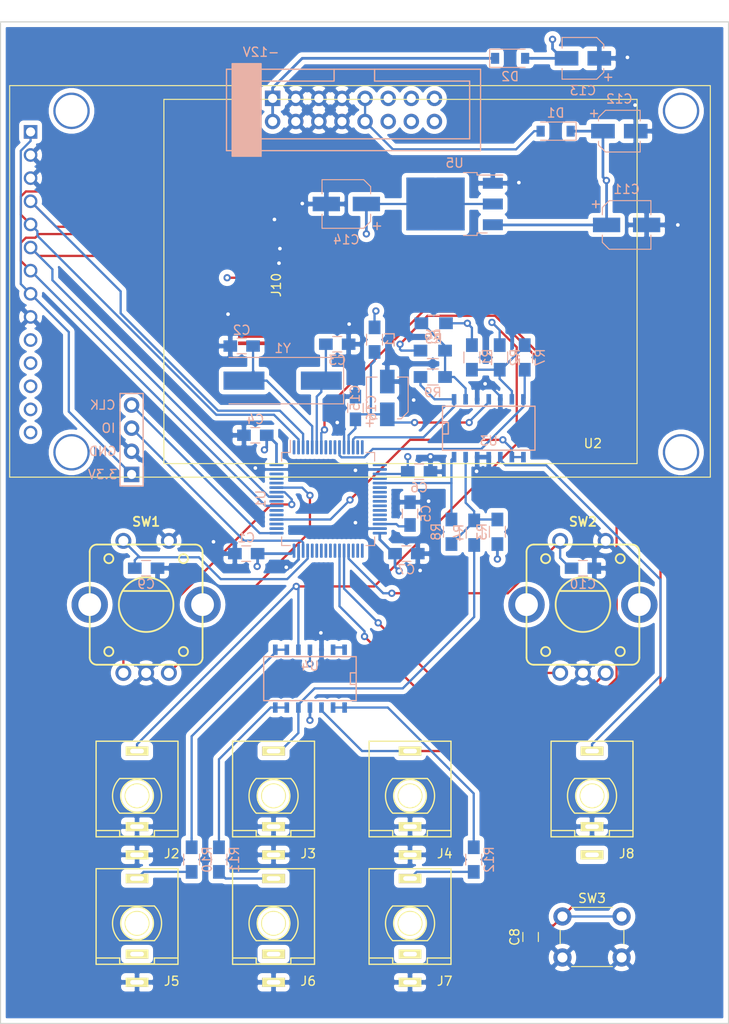
<source format=kicad_pcb>
(kicad_pcb (version 20171130) (host pcbnew "(5.1.0)-1")
  (layers (0 F.Cu signal) (1 GND power hide) (2 PWR power hide) (31 B.Cu signal) (34 B.Paste user) (35 F.Paste user) (36 B.SilkS user) (37 F.SilkS user) (38 B.Mask user) (39 F.Mask user) (44 Edge.Cuts user))
  (net 0 "")
  (net 1 +3V3)
  (net 2 GND)
  (net 3 "Net-(C2-Pad1)")
  (net 4 "Net-(C3-Pad1)")
  (net 5 "Net-(C5-Pad1)")
  (net 6 NRST)
  (net 7 L_ENC_BTN)
  (net 8 R_ENC_BTN)
  (net 9 VCC)
  (net 10 VEE)
  (net 11 +3.3VA)
  (net 12 +12V)
  (net 13 -12V)
  (net 14 SWCLK)
  (net 15 SWDIO)
  (net 16 "Net-(J2-Pad3)")
  (net 17 "Net-(J3-Pad3)")
  (net 18 "Net-(J4-Pad3)")
  (net 19 "Net-(J5-Pad3)")
  (net 20 "Net-(J5-Pad2)")
  (net 21 "Net-(J6-Pad3)")
  (net 22 "Net-(J6-Pad2)")
  (net 23 "Net-(J7-Pad3)")
  (net 24 "Net-(J7-Pad2)")
  (net 25 "Net-(J8-Pad3)")
  (net 26 "Net-(J8-Pad1)")
  (net 27 "Net-(J9-Pad11)")
  (net 28 "Net-(J9-Pad12)")
  (net 29 "Net-(J9-Pad14)")
  (net 30 "Net-(J9-Pad13)")
  (net 31 "Net-(J9-Pad15)")
  (net 32 "Net-(J9-Pad16)")
  (net 33 "Net-(R1-Pad1)")
  (net 34 "Net-(R3-Pad1)")
  (net 35 "Net-(R5-Pad1)")
  (net 36 CH_A_IN)
  (net 37 CH_B_IN)
  (net 38 CH_C_IN)
  (net 39 "Net-(R10-Pad2)")
  (net 40 "Net-(R11-Pad2)")
  (net 41 "Net-(R12-Pad2)")
  (net 42 L_ENC_UP)
  (net 43 L_ENC_DN)
  (net 44 R_ENC_DN)
  (net 45 R_ENC_UP)
  (net 46 "Net-(U1-Pad1)")
  (net 47 "Net-(U1-Pad4)")
  (net 48 LCD_DC)
  (net 49 "Net-(U1-Pad9)")
  (net 50 "Net-(U1-Pad10)")
  (net 51 "Net-(U1-Pad15)")
  (net 52 "Net-(U1-Pad16)")
  (net 53 "Net-(U1-Pad17)")
  (net 54 "Net-(U1-Pad20)")
  (net 55 "Net-(U1-Pad22)")
  (net 56 "Net-(U1-Pad24)")
  (net 57 "Net-(U1-Pad25)")
  (net 58 LCD_RESET)
  (net 59 "Net-(U1-Pad27)")
  (net 60 "Net-(U1-Pad28)")
  (net 61 "Net-(U1-Pad29)")
  (net 62 "Net-(U1-Pad33)")
  (net 63 "Net-(U1-Pad34)")
  (net 64 "Net-(U1-Pad35)")
  (net 65 "Net-(U1-Pad39)")
  (net 66 "Net-(U1-Pad40)")
  (net 67 "Net-(U1-Pad41)")
  (net 68 "Net-(U1-Pad42)")
  (net 69 "Net-(U1-Pad43)")
  (net 70 "Net-(U1-Pad44)")
  (net 71 "Net-(U1-Pad50)")
  (net 72 "Net-(U1-Pad51)")
  (net 73 MIDI_OUT)
  (net 74 "Net-(U1-Pad53)")
  (net 75 "Net-(U1-Pad54)")
  (net 76 LCD_SCK)
  (net 77 LCD_MOSI)
  (net 78 "Net-(U1-Pad60)")
  (net 79 "Net-(U1-Pad61)")
  (net 80 "Net-(U1-Pad62)")
  (net 81 "Net-(U2-Pad14)")
  (net 82 "Net-(U2-Pad13)")
  (net 83 "Net-(U2-Pad12)")
  (net 84 "Net-(U2-Pad11)")
  (net 85 "Net-(U2-Pad10)")
  (net 86 "Net-(U1-Pad23)")
  (net 87 "Net-(U1-Pad56)")
  (net 88 "Net-(U1-Pad8)")
  (net 89 "Net-(U1-Pad26)")
  (net 90 "Net-(U4-Pad13)")
  (module Custom_Footprints:ILI9341_SPI (layer F.Cu) (at 121 57)
    (fp_text reference U2 (at 64.09 39.3) (layer F.SilkS))
    (fp_text value ILI9341_SPI)
    (pad "" thru_hole circle (at 73.78 2.77) (size 4 4) (drill 3.5) (layers *.Cu *.Mask))
    (pad 14 thru_hole circle (at 2.3 38.1) (size 1.5 1.5) (drill 1) (layers *.Cu *.Mask) (net 81 "Net-(U2-Pad14)"))
    (pad 13 thru_hole circle (at 2.3 35.56) (size 1.5 1.5) (drill 1) (layers *.Cu *.Mask) (net 82 "Net-(U2-Pad13)"))
    (pad 12 thru_hole circle (at 2.3 33.02) (size 1.5 1.5) (drill 1) (layers *.Cu *.Mask) (net 83 "Net-(U2-Pad12)"))
    (pad 11 thru_hole circle (at 2.3 30.48) (size 1.5 1.5) (drill 1) (layers *.Cu *.Mask) (net 84 "Net-(U2-Pad11)"))
    (pad 10 thru_hole circle (at 2.3 27.94) (size 1.5 1.5) (drill 1) (layers *.Cu *.Mask) (net 85 "Net-(U2-Pad10)"))
    (pad 9 thru_hole circle (at 2.3 25.4) (size 1.5 1.5) (drill 1) (layers *.Cu *.Mask) (net 2 GND))
    (pad 8 thru_hole circle (at 2.3 22.86) (size 1.5 1.5) (drill 1) (layers *.Cu *.Mask) (net 1 +3V3))
    (pad 7 thru_hole circle (at 2.3 20.32) (size 1.5 1.5) (drill 1) (layers *.Cu *.Mask) (net 76 LCD_SCK))
    (pad 6 thru_hole circle (at 2.3 17.78) (size 1.5 1.5) (drill 1) (layers *.Cu *.Mask) (net 77 LCD_MOSI))
    (pad 5 thru_hole circle (at 2.3 15.24) (size 1.5 1.5) (drill 1) (layers *.Cu *.Mask) (net 48 LCD_DC))
    (pad 4 thru_hole circle (at 2.3 12.7) (size 1.5 1.5) (drill 1) (layers *.Cu *.Mask) (net 58 LCD_RESET))
    (pad 3 thru_hole circle (at 2.3 10.16) (size 1.5 1.5) (drill 1) (layers *.Cu *.Mask) (net 2 GND))
    (pad 2 thru_hole circle (at 2.3 7.62) (size 1.5 1.5) (drill 1) (layers *.Cu *.Mask) (net 2 GND))
    (pad 1 thru_hole rect (at 2.3 5.08) (size 1.5 1.5) (drill 1) (layers *.Cu *.Mask) (net 1 +3V3))
    (pad "" thru_hole circle (at 73.78 40.27) (size 4 4) (drill 3.5) (layers *.Cu *.Mask))
    (pad "" thru_hole circle (at 6.8 40.27) (size 4 4) (drill 3.5) (layers *.Cu *.Mask))
    (pad "" thru_hole circle (at 6.8 2.77) (size 4 4) (drill 3.5) (layers *.Cu *.Mask))
  )
  (module Resistors_SMD:R_0805_HandSoldering (layer B.Cu) (at 167.5 89)
    (fp_text reference R9 (at 0 1.7) (layer B.SilkS) (effects (justify mirror)))
    (fp_text value 15k)
    (pad 1 smd rect (at -1.35 0) (size 1.5 1.3) (layers B.Cu B.Paste B.Mask) (net 38 CH_C_IN))
    (pad 2 smd rect (at 1.35 0) (size 1.5 1.3) (layers B.Cu B.Paste B.Mask) (net 35 "Net-(R5-Pad1)"))
  )
  (module Package_QFP:LQFP-64_10x10mm_P0.5mm (layer B.Cu) (at 156 102.4 270)
    (fp_text reference U1 (at 0 7.4 270) (layer B.SilkS) (effects (justify mirror)))
    (fp_text value STM32F446RETx)
    (pad 1 smd roundrect (at -5.675 3.75 270) (size 1.55 0.3) (layers B.Cu B.Paste B.Mask) (net 46 "Net-(U1-Pad1)"))
    (pad 2 smd roundrect (at -5.675 3.25 270) (size 1.55 0.3) (layers B.Cu B.Paste B.Mask) (net 48 LCD_DC))
    (pad 3 smd roundrect (at -5.675 2.75 270) (size 1.55 0.3) (layers B.Cu B.Paste B.Mask) (net 58 LCD_RESET))
    (pad 4 smd roundrect (at -5.675 2.25 270) (size 1.55 0.3) (layers B.Cu B.Paste B.Mask) (net 47 "Net-(U1-Pad4)"))
    (pad 5 smd roundrect (at -5.675 1.75 270) (size 1.55 0.3) (layers B.Cu B.Paste B.Mask) (net 3 "Net-(C2-Pad1)"))
    (pad 6 smd roundrect (at -5.675 1.25 270) (size 1.55 0.3) (layers B.Cu B.Paste B.Mask) (net 4 "Net-(C3-Pad1)"))
    (pad 7 smd roundrect (at -5.675 0.75 270) (size 1.55 0.3) (layers B.Cu B.Paste B.Mask) (net 6 NRST))
    (pad 8 smd roundrect (at -5.675 0.25 270) (size 1.55 0.3) (layers B.Cu B.Paste B.Mask) (net 88 "Net-(U1-Pad8)"))
    (pad 9 smd roundrect (at -5.675 -0.25 270) (size 1.55 0.3) (layers B.Cu B.Paste B.Mask) (net 49 "Net-(U1-Pad9)"))
    (pad 10 smd roundrect (at -5.675 -0.75 270) (size 1.55 0.3) (layers B.Cu B.Paste B.Mask) (net 50 "Net-(U1-Pad10)"))
    (pad 11 smd roundrect (at -5.675 -1.25 270) (size 1.55 0.3) (layers B.Cu B.Paste B.Mask) (net 36 CH_A_IN))
    (pad 12 smd roundrect (at -5.675 -1.75 270) (size 1.55 0.3) (layers B.Cu B.Paste B.Mask) (net 2 GND))
    (pad 13 smd roundrect (at -5.675 -2.25 270) (size 1.55 0.3) (layers B.Cu B.Paste B.Mask) (net 11 +3.3VA))
    (pad 14 smd roundrect (at -5.675 -2.75 270) (size 1.55 0.3) (layers B.Cu B.Paste B.Mask) (net 38 CH_C_IN))
    (pad 15 smd roundrect (at -5.675 -3.25 270) (size 1.55 0.3) (layers B.Cu B.Paste B.Mask) (net 51 "Net-(U1-Pad15)"))
    (pad 16 smd roundrect (at -5.675 -3.75 270) (size 1.55 0.3) (layers B.Cu B.Paste B.Mask) (net 52 "Net-(U1-Pad16)"))
    (pad 17 smd roundrect (at -3.75 -5.675 270) (size 0.3 1.55) (layers B.Cu B.Paste B.Mask) (net 53 "Net-(U1-Pad17)"))
    (pad 18 smd roundrect (at -3.25 -5.675 270) (size 0.3 1.55) (layers B.Cu B.Paste B.Mask) (net 2 GND))
    (pad 19 smd roundrect (at -2.75 -5.675 270) (size 0.3 1.55) (layers B.Cu B.Paste B.Mask) (net 1 +3V3))
    (pad 20 smd roundrect (at -2.25 -5.675 270) (size 0.3 1.55) (layers B.Cu B.Paste B.Mask) (net 54 "Net-(U1-Pad20)"))
    (pad 21 smd roundrect (at -1.75 -5.675 270) (size 0.3 1.55) (layers B.Cu B.Paste B.Mask) (net 37 CH_B_IN))
    (pad 22 smd roundrect (at -1.25 -5.675 270) (size 0.3 1.55) (layers B.Cu B.Paste B.Mask) (net 55 "Net-(U1-Pad22)"))
    (pad 23 smd roundrect (at -0.75 -5.675 270) (size 0.3 1.55) (layers B.Cu B.Paste B.Mask) (net 86 "Net-(U1-Pad23)"))
    (pad 24 smd roundrect (at -0.25 -5.675 270) (size 0.3 1.55) (layers B.Cu B.Paste B.Mask) (net 56 "Net-(U1-Pad24)"))
    (pad 25 smd roundrect (at 0.25 -5.675 270) (size 0.3 1.55) (layers B.Cu B.Paste B.Mask) (net 57 "Net-(U1-Pad25)"))
    (pad 26 smd roundrect (at 0.75 -5.675 270) (size 0.3 1.55) (layers B.Cu B.Paste B.Mask) (net 89 "Net-(U1-Pad26)"))
    (pad 27 smd roundrect (at 1.25 -5.675 270) (size 0.3 1.55) (layers B.Cu B.Paste B.Mask) (net 59 "Net-(U1-Pad27)"))
    (pad 28 smd roundrect (at 1.75 -5.675 270) (size 0.3 1.55) (layers B.Cu B.Paste B.Mask) (net 60 "Net-(U1-Pad28)"))
    (pad 29 smd roundrect (at 2.25 -5.675 270) (size 0.3 1.55) (layers B.Cu B.Paste B.Mask) (net 61 "Net-(U1-Pad29)"))
    (pad 30 smd roundrect (at 2.75 -5.675 270) (size 0.3 1.55) (layers B.Cu B.Paste B.Mask) (net 5 "Net-(C5-Pad1)"))
    (pad 31 smd roundrect (at 3.25 -5.675 270) (size 0.3 1.55) (layers B.Cu B.Paste B.Mask) (net 2 GND))
    (pad 32 smd roundrect (at 3.75 -5.675 270) (size 0.3 1.55) (layers B.Cu B.Paste B.Mask) (net 1 +3V3))
    (pad 33 smd roundrect (at 5.675 -3.75 270) (size 1.55 0.3) (layers B.Cu B.Paste B.Mask) (net 62 "Net-(U1-Pad33)"))
    (pad 34 smd roundrect (at 5.675 -3.25 270) (size 1.55 0.3) (layers B.Cu B.Paste B.Mask) (net 63 "Net-(U1-Pad34)"))
    (pad 35 smd roundrect (at 5.675 -2.75 270) (size 1.55 0.3) (layers B.Cu B.Paste B.Mask) (net 64 "Net-(U1-Pad35)"))
    (pad 36 smd roundrect (at 5.675 -2.25 270) (size 1.55 0.3) (layers B.Cu B.Paste B.Mask) (net 8 R_ENC_BTN))
    (pad 37 smd roundrect (at 5.675 -1.75 270) (size 1.55 0.3) (layers B.Cu B.Paste B.Mask) (net 45 R_ENC_UP))
    (pad 38 smd roundrect (at 5.675 -1.25 270) (size 1.55 0.3) (layers B.Cu B.Paste B.Mask) (net 44 R_ENC_DN))
    (pad 39 smd roundrect (at 5.675 -0.75 270) (size 1.55 0.3) (layers B.Cu B.Paste B.Mask) (net 65 "Net-(U1-Pad39)"))
    (pad 40 smd roundrect (at 5.675 -0.25 270) (size 1.55 0.3) (layers B.Cu B.Paste B.Mask) (net 66 "Net-(U1-Pad40)"))
    (pad 41 smd roundrect (at 5.675 0.25 270) (size 1.55 0.3) (layers B.Cu B.Paste B.Mask) (net 67 "Net-(U1-Pad41)"))
    (pad 42 smd roundrect (at 5.675 0.75 270) (size 1.55 0.3) (layers B.Cu B.Paste B.Mask) (net 68 "Net-(U1-Pad42)"))
    (pad 43 smd roundrect (at 5.675 1.25 270) (size 1.55 0.3) (layers B.Cu B.Paste B.Mask) (net 69 "Net-(U1-Pad43)"))
    (pad 44 smd roundrect (at 5.675 1.75 270) (size 1.55 0.3) (layers B.Cu B.Paste B.Mask) (net 70 "Net-(U1-Pad44)"))
    (pad 45 smd roundrect (at 5.675 2.25 270) (size 1.55 0.3) (layers B.Cu B.Paste B.Mask) (net 7 L_ENC_BTN))
    (pad 46 smd roundrect (at 5.675 2.75 270) (size 1.55 0.3) (layers B.Cu B.Paste B.Mask) (net 15 SWDIO))
    (pad 47 smd roundrect (at 5.675 3.25 270) (size 1.55 0.3) (layers B.Cu B.Paste B.Mask) (net 2 GND))
    (pad 48 smd roundrect (at 5.675 3.75 270) (size 1.55 0.3) (layers B.Cu B.Paste B.Mask) (net 1 +3V3))
    (pad 49 smd roundrect (at 3.75 5.675 270) (size 0.3 1.55) (layers B.Cu B.Paste B.Mask) (net 14 SWCLK))
    (pad 50 smd roundrect (at 3.25 5.675 270) (size 0.3 1.55) (layers B.Cu B.Paste B.Mask) (net 71 "Net-(U1-Pad50)"))
    (pad 51 smd roundrect (at 2.75 5.675 270) (size 0.3 1.55) (layers B.Cu B.Paste B.Mask) (net 72 "Net-(U1-Pad51)"))
    (pad 52 smd roundrect (at 2.25 5.675 270) (size 0.3 1.55) (layers B.Cu B.Paste B.Mask) (net 73 MIDI_OUT))
    (pad 53 smd roundrect (at 1.75 5.675 270) (size 0.3 1.55) (layers B.Cu B.Paste B.Mask) (net 74 "Net-(U1-Pad53)"))
    (pad 54 smd roundrect (at 1.25 5.675 270) (size 0.3 1.55) (layers B.Cu B.Paste B.Mask) (net 75 "Net-(U1-Pad54)"))
    (pad 55 smd roundrect (at 0.75 5.675 270) (size 0.3 1.55) (layers B.Cu B.Paste B.Mask) (net 76 LCD_SCK))
    (pad 56 smd roundrect (at 0.25 5.675 270) (size 0.3 1.55) (layers B.Cu B.Paste B.Mask) (net 87 "Net-(U1-Pad56)"))
    (pad 57 smd roundrect (at -0.25 5.675 270) (size 0.3 1.55) (layers B.Cu B.Paste B.Mask) (net 77 LCD_MOSI))
    (pad 58 smd roundrect (at -0.75 5.675 270) (size 0.3 1.55) (layers B.Cu B.Paste B.Mask) (net 42 L_ENC_UP))
    (pad 59 smd roundrect (at -1.25 5.675 270) (size 0.3 1.55) (layers B.Cu B.Paste B.Mask) (net 43 L_ENC_DN))
    (pad 60 smd roundrect (at -1.75 5.675 270) (size 0.3 1.55) (layers B.Cu B.Paste B.Mask) (net 78 "Net-(U1-Pad60)"))
    (pad 61 smd roundrect (at -2.25 5.675 270) (size 0.3 1.55) (layers B.Cu B.Paste B.Mask) (net 79 "Net-(U1-Pad61)"))
    (pad 62 smd roundrect (at -2.75 5.675 270) (size 0.3 1.55) (layers B.Cu B.Paste B.Mask) (net 80 "Net-(U1-Pad62)"))
    (pad 63 smd roundrect (at -3.25 5.675 270) (size 0.3 1.55) (layers B.Cu B.Paste B.Mask) (net 2 GND))
    (pad 64 smd roundrect (at -3.75 5.675 270) (size 0.3 1.55) (layers B.Cu B.Paste B.Mask) (net 1 +3V3))
  )
  (module Capacitors_SMD:C_0805_HandSoldering (layer B.Cu) (at 147 108.4 180)
    (fp_text reference C1 (at 0 1.75 180) (layer B.SilkS) (effects (justify mirror)))
    (fp_text value 100nF)
    (pad 1 smd rect (at -1.25 0 180) (size 1.5 1.25) (layers B.Cu B.Paste B.Mask) (net 1 +3V3))
    (pad 2 smd rect (at 1.25 0 180) (size 1.5 1.25) (layers B.Cu B.Paste B.Mask) (net 2 GND))
  )
  (module Capacitors_SMD:C_0805_HandSoldering (layer B.Cu) (at 146.5 85.6 180)
    (fp_text reference C2 (at 0 1.75 180) (layer B.SilkS) (effects (justify mirror)))
    (fp_text value 18pF)
    (pad 1 smd rect (at -1.25 0 180) (size 1.5 1.25) (layers B.Cu B.Paste B.Mask) (net 3 "Net-(C2-Pad1)"))
    (pad 2 smd rect (at 1.25 0 180) (size 1.5 1.25) (layers B.Cu B.Paste B.Mask) (net 2 GND))
  )
  (module Capacitors_SMD:C_0805_HandSoldering (layer B.Cu) (at 157 85.4)
    (fp_text reference C3 (at 0 1.75) (layer B.SilkS) (effects (justify mirror)))
    (fp_text value 18pF)
    (pad 2 smd rect (at 1.25 0) (size 1.5 1.25) (layers B.Cu B.Paste B.Mask) (net 2 GND))
    (pad 1 smd rect (at -1.25 0) (size 1.5 1.25) (layers B.Cu B.Paste B.Mask) (net 4 "Net-(C3-Pad1)"))
  )
  (module Capacitors_SMD:C_0805_HandSoldering (layer B.Cu) (at 148 95.4 180)
    (fp_text reference C4 (at 0 1.75 180) (layer B.SilkS) (effects (justify mirror)))
    (fp_text value 100nF)
    (pad 2 smd rect (at 1.25 0 180) (size 1.5 1.25) (layers B.Cu B.Paste B.Mask) (net 2 GND))
    (pad 1 smd rect (at -1.25 0 180) (size 1.5 1.25) (layers B.Cu B.Paste B.Mask) (net 1 +3V3))
  )
  (module Capacitors_SMD:C_0805_HandSoldering (layer B.Cu) (at 165 104 90)
    (fp_text reference C5 (at 0 1.75 90) (layer B.SilkS) (effects (justify mirror)))
    (fp_text value 2.2uF)
    (pad 2 smd rect (at 1.25 0 90) (size 1.5 1.25) (layers B.Cu B.Paste B.Mask) (net 2 GND))
    (pad 1 smd rect (at -1.25 0 90) (size 1.5 1.25) (layers B.Cu B.Paste B.Mask) (net 5 "Net-(C5-Pad1)"))
  )
  (module Capacitors_SMD:C_0805_HandSoldering (layer B.Cu) (at 166 99.4)
    (fp_text reference C6 (at 0 1.75) (layer B.SilkS) (effects (justify mirror)))
    (fp_text value 100nF)
    (pad 1 smd rect (at -1.25 0) (size 1.5 1.25) (layers B.Cu B.Paste B.Mask) (net 1 +3V3))
    (pad 2 smd rect (at 1.25 0) (size 1.5 1.25) (layers B.Cu B.Paste B.Mask) (net 2 GND))
  )
  (module Capacitors_SMD:C_0805_HandSoldering (layer B.Cu) (at 164.6 108.4)
    (fp_text reference C7 (at 0 1.75) (layer B.SilkS) (effects (justify mirror)))
    (fp_text value 100nF)
    (pad 2 smd rect (at 1.25 0) (size 1.5 1.25) (layers B.Cu B.Paste B.Mask) (net 2 GND))
    (pad 1 smd rect (at -1.25 0) (size 1.5 1.25) (layers B.Cu B.Paste B.Mask) (net 1 +3V3))
  )
  (module Capacitors_SMD:C_0805_HandSoldering (layer F.Cu) (at 178.25 150.5 90)
    (fp_text reference C8 (at 0 -1.75 90) (layer F.SilkS))
    (fp_text value 100nF)
    (pad 1 smd rect (at -1.25 0 90) (size 1.5 1.25) (layers F.Cu F.Paste F.Mask) (net 2 GND))
    (pad 2 smd rect (at 1.25 0 90) (size 1.5 1.25) (layers F.Cu F.Paste F.Mask) (net 6 NRST))
  )
  (module Capacitors_SMD:C_0805_HandSoldering (layer B.Cu) (at 136 110)
    (fp_text reference C9 (at 0 1.75) (layer B.SilkS) (effects (justify mirror)))
    (fp_text value 100nF)
    (pad 1 smd rect (at -1.25 0) (size 1.5 1.25) (layers B.Cu B.Paste B.Mask) (net 7 L_ENC_BTN))
    (pad 2 smd rect (at 1.25 0) (size 1.5 1.25) (layers B.Cu B.Paste B.Mask) (net 2 GND))
  )
  (module Capacitors_SMD:C_0805_HandSoldering (layer B.Cu) (at 184 110)
    (fp_text reference C10 (at 0 1.75) (layer B.SilkS) (effects (justify mirror)))
    (fp_text value 100nF)
    (pad 2 smd rect (at 1.25 0) (size 1.5 1.25) (layers B.Cu B.Paste B.Mask) (net 2 GND))
    (pad 1 smd rect (at -1.25 0) (size 1.5 1.25) (layers B.Cu B.Paste B.Mask) (net 8 R_ENC_BTN))
  )
  (module Capacitors_SMD:CP_Elec_5x5.8 (layer B.Cu) (at 188.8 72.3)
    (fp_text reference C11 (at 0 -3.92) (layer B.SilkS) (effects (justify mirror)))
    (fp_text value 47uF)
    (fp_text user + (at -3.38 -2.35) (layer B.SilkS) (effects (justify mirror)))
    (pad 1 smd rect (at -2.2 0 180) (size 3 1.6) (layers B.Cu B.Paste B.Mask) (net 9 VCC))
    (pad 2 smd rect (at 2.2 0 180) (size 3 1.6) (layers B.Cu B.Paste B.Mask) (net 2 GND))
  )
  (module Capacitors_SMD:CP_Elec_4x5.8 (layer B.Cu) (at 188 62)
    (fp_text reference C12 (at 0 -3.54) (layer B.SilkS) (effects (justify mirror)))
    (fp_text value 22uF)
    (fp_text user + (at -2.78 -2.01) (layer B.SilkS) (effects (justify mirror)))
    (pad 2 smd rect (at 1.8 0 180) (size 2.6 1.6) (layers B.Cu B.Paste B.Mask) (net 2 GND))
    (pad 1 smd rect (at -1.8 0 180) (size 2.6 1.6) (layers B.Cu B.Paste B.Mask) (net 9 VCC))
  )
  (module Capacitors_SMD:CP_Elec_4x5.8 (layer B.Cu) (at 184 54 180)
    (fp_text reference C13 (at 0 -3.54 180) (layer B.SilkS) (effects (justify mirror)))
    (fp_text value 22uF)
    (fp_text user + (at -2.78 -2.01 180) (layer B.SilkS) (effects (justify mirror)))
    (pad 2 smd rect (at 1.8 0) (size 2.6 1.6) (layers B.Cu B.Paste B.Mask) (net 10 VEE))
    (pad 1 smd rect (at -1.8 0) (size 2.6 1.6) (layers B.Cu B.Paste B.Mask) (net 2 GND))
  )
  (module Capacitors_SMD:CP_Elec_5x5.8 (layer B.Cu) (at 158 70 180)
    (fp_text reference C14 (at 0 -3.92 180) (layer B.SilkS) (effects (justify mirror)))
    (fp_text value 47uF)
    (fp_text user + (at -3.38 -2.35 180) (layer B.SilkS) (effects (justify mirror)))
    (pad 2 smd rect (at 2.2 0) (size 3 1.6) (layers B.Cu B.Paste B.Mask) (net 2 GND))
    (pad 1 smd rect (at -2.2 0) (size 3 1.6) (layers B.Cu B.Paste B.Mask) (net 1 +3V3))
  )
  (module Capacitors_SMD:CP_Elec_4x5.8 (layer B.Cu) (at 162.5 91.3 90)
    (fp_text reference C15 (at 0 -3.54 90) (layer B.SilkS) (effects (justify mirror)))
    (fp_text value 1uF)
    (fp_text user + (at -2.78 -2.01 90) (layer B.SilkS) (effects (justify mirror)))
    (pad 1 smd rect (at -1.8 0 270) (size 2.6 1.6) (layers B.Cu B.Paste B.Mask) (net 11 +3.3VA))
    (pad 2 smd rect (at 1.8 0 270) (size 2.6 1.6) (layers B.Cu B.Paste B.Mask) (net 2 GND))
  )
  (module Capacitors_SMD:C_0805_HandSoldering (layer B.Cu) (at 159 92.4 90)
    (fp_text reference C16 (at 0 1.75 90) (layer B.SilkS) (effects (justify mirror)))
    (fp_text value 100nF)
    (pad 2 smd rect (at 1.25 0 90) (size 1.5 1.25) (layers B.Cu B.Paste B.Mask) (net 2 GND))
    (pad 1 smd rect (at -1.25 0 90) (size 1.5 1.25) (layers B.Cu B.Paste B.Mask) (net 11 +3.3VA))
  )
  (module Diodes_SMD:D_SOD-123 (layer B.Cu) (at 181 62 180)
    (fp_text reference D1 (at 0 2 180) (layer B.SilkS) (effects (justify mirror)))
    (fp_text value 1N5819)
    (pad 2 smd rect (at 1.65 0 180) (size 0.9 1.2) (layers B.Cu B.Paste B.Mask) (net 12 +12V))
    (pad 1 smd rect (at -1.65 0 180) (size 0.9 1.2) (layers B.Cu B.Paste B.Mask) (net 9 VCC))
  )
  (module Diodes_SMD:D_SOD-123 (layer B.Cu) (at 176 54)
    (fp_text reference D2 (at 0 2) (layer B.SilkS) (effects (justify mirror)))
    (fp_text value 1N5819)
    (pad 1 smd rect (at -1.65 0) (size 0.9 1.2) (layers B.Cu B.Paste B.Mask) (net 13 -12V))
    (pad 2 smd rect (at 1.65 0) (size 0.9 1.2) (layers B.Cu B.Paste B.Mask) (net 10 VEE))
  )
  (module Custom_Footprints:SWD_header (layer B.Cu) (at 134.4 99.7 90)
    (fp_text reference J1 hide)
    (fp_text value SWD_Header)
    (fp_text user 3.3V (at 0 -3.175) (layer B.SilkS) (effects (justify mirror)))
    (fp_text user GND (at 2.54 -3.175) (layer B.SilkS) (effects (justify mirror)))
    (fp_text user IO (at 5.08 -2.54) (layer B.SilkS) (effects (justify mirror)))
    (fp_text user CLK (at 7.62 -3.175) (layer B.SilkS) (effects (justify mirror)))
    (pad 4 thru_hole circle (at 7.62 0 90) (size 1.7 1.7) (drill 1) (layers *.Cu *.Mask) (net 14 SWCLK))
    (pad 3 thru_hole circle (at 5.08 0 90) (size 1.7 1.7) (drill 1) (layers *.Cu *.Mask) (net 15 SWDIO))
    (pad 2 thru_hole circle (at 2.54 0 90) (size 1.7 1.7) (drill 1) (layers *.Cu *.Mask) (net 2 GND))
    (pad 1 thru_hole rect (at 0 0 90) (size 1.7 1.7) (drill 1) (layers *.Cu *.Mask) (net 1 +3V3))
  )
  (module Custom_Footprints:THONKICONN_hole (layer F.Cu) (at 135 135)
    (fp_text reference J2 (at 3.81 6.35) (layer F.SilkS))
    (fp_text value ChannelA_In hide)
    (pad "" np_thru_hole circle (at 0 0) (size 2.5 2.5) (drill 2.5) (layers *.Cu *.Mask))
    (pad 1 thru_hole rect (at 0 6.48) (size 2.5 1) (drill oval 1.5 0.5) (layers *.Cu *.Mask F.SilkS) (net 2 GND))
    (pad 2 thru_hole rect (at 0 3.38) (size 2.5 1) (drill oval 1.5 0.5) (layers *.Cu *.Mask F.SilkS) (net 2 GND))
    (pad 3 thru_hole rect (at 0 -4.92) (size 2.5 1) (drill oval 1.5 0.5) (layers *.Cu *.Mask F.SilkS) (net 16 "Net-(J2-Pad3)"))
  )
  (module Custom_Footprints:THONKICONN_hole (layer F.Cu) (at 150 135)
    (fp_text reference J3 (at 3.81 6.35) (layer F.SilkS))
    (fp_text value ChannelB_In hide)
    (pad "" np_thru_hole circle (at 0 0) (size 2.5 2.5) (drill 2.5) (layers *.Cu *.Mask))
    (pad 1 thru_hole rect (at 0 6.48) (size 2.5 1) (drill oval 1.5 0.5) (layers *.Cu *.Mask F.SilkS) (net 2 GND))
    (pad 2 thru_hole rect (at 0 3.38) (size 2.5 1) (drill oval 1.5 0.5) (layers *.Cu *.Mask F.SilkS) (net 2 GND))
    (pad 3 thru_hole rect (at 0 -4.92) (size 2.5 1) (drill oval 1.5 0.5) (layers *.Cu *.Mask F.SilkS) (net 17 "Net-(J3-Pad3)"))
  )
  (module Custom_Footprints:THONKICONN_hole (layer F.Cu) (at 165 135)
    (fp_text reference J4 (at 3.81 6.35) (layer F.SilkS))
    (fp_text value ChannelC_In hide)
    (pad "" np_thru_hole circle (at 0 0) (size 2.5 2.5) (drill 2.5) (layers *.Cu *.Mask))
    (pad 1 thru_hole rect (at 0 6.48) (size 2.5 1) (drill oval 1.5 0.5) (layers *.Cu *.Mask F.SilkS) (net 2 GND))
    (pad 2 thru_hole rect (at 0 3.38) (size 2.5 1) (drill oval 1.5 0.5) (layers *.Cu *.Mask F.SilkS) (net 2 GND))
    (pad 3 thru_hole rect (at 0 -4.92) (size 2.5 1) (drill oval 1.5 0.5) (layers *.Cu *.Mask F.SilkS) (net 18 "Net-(J4-Pad3)"))
  )
  (module Custom_Footprints:THONKICONN_hole (layer F.Cu) (at 135 149)
    (fp_text reference J5 (at 3.81 6.35) (layer F.SilkS))
    (fp_text value ChA_Buff_Out hide)
    (pad 3 thru_hole rect (at 0 -4.92) (size 2.5 1) (drill oval 1.5 0.5) (layers *.Cu *.Mask F.SilkS) (net 19 "Net-(J5-Pad3)"))
    (pad 2 thru_hole rect (at 0 3.38) (size 2.5 1) (drill oval 1.5 0.5) (layers *.Cu *.Mask F.SilkS) (net 20 "Net-(J5-Pad2)"))
    (pad 1 thru_hole rect (at 0 6.48) (size 2.5 1) (drill oval 1.5 0.5) (layers *.Cu *.Mask F.SilkS) (net 2 GND))
    (pad "" np_thru_hole circle (at 0 0) (size 2.5 2.5) (drill 2.5) (layers *.Cu *.Mask))
  )
  (module Custom_Footprints:THONKICONN_hole (layer F.Cu) (at 150 149)
    (fp_text reference J6 (at 3.81 6.35) (layer F.SilkS))
    (fp_text value ChB_Buff_Out hide)
    (pad 3 thru_hole rect (at 0 -4.92) (size 2.5 1) (drill oval 1.5 0.5) (layers *.Cu *.Mask F.SilkS) (net 21 "Net-(J6-Pad3)"))
    (pad 2 thru_hole rect (at 0 3.38) (size 2.5 1) (drill oval 1.5 0.5) (layers *.Cu *.Mask F.SilkS) (net 22 "Net-(J6-Pad2)"))
    (pad 1 thru_hole rect (at 0 6.48) (size 2.5 1) (drill oval 1.5 0.5) (layers *.Cu *.Mask F.SilkS) (net 2 GND))
    (pad "" np_thru_hole circle (at 0 0) (size 2.5 2.5) (drill 2.5) (layers *.Cu *.Mask))
  )
  (module Custom_Footprints:THONKICONN_hole (layer F.Cu) (at 165 149)
    (fp_text reference J7 (at 3.81 6.35) (layer F.SilkS))
    (fp_text value ChC_Buff_Out hide)
    (pad 3 thru_hole rect (at 0 -4.92) (size 2.5 1) (drill oval 1.5 0.5) (layers *.Cu *.Mask F.SilkS) (net 23 "Net-(J7-Pad3)"))
    (pad 2 thru_hole rect (at 0 3.38) (size 2.5 1) (drill oval 1.5 0.5) (layers *.Cu *.Mask F.SilkS) (net 24 "Net-(J7-Pad2)"))
    (pad 1 thru_hole rect (at 0 6.48) (size 2.5 1) (drill oval 1.5 0.5) (layers *.Cu *.Mask F.SilkS) (net 2 GND))
    (pad "" np_thru_hole circle (at 0 0) (size 2.5 2.5) (drill 2.5) (layers *.Cu *.Mask))
  )
  (module Custom_Footprints:THONKICONN_hole (layer F.Cu) (at 185 135)
    (fp_text reference J8 (at 3.81 6.35) (layer F.SilkS))
    (fp_text value MIDI_In hide)
    (pad 3 thru_hole rect (at 0 -4.92) (size 2.5 1) (drill oval 1.5 0.5) (layers *.Cu *.Mask F.SilkS) (net 25 "Net-(J8-Pad3)"))
    (pad 2 thru_hole rect (at 0 3.38) (size 2.5 1) (drill oval 1.5 0.5) (layers *.Cu *.Mask F.SilkS) (net 2 GND))
    (pad 1 thru_hole rect (at 0 6.48) (size 2.5 1) (drill oval 1.5 0.5) (layers *.Cu *.Mask F.SilkS) (net 26 "Net-(J8-Pad1)"))
    (pad "" np_thru_hole circle (at 0 0) (size 2.5 2.5) (drill 2.5) (layers *.Cu *.Mask))
  )
  (module Custom_Footprints:Eurorack_16_pin_header (layer B.Cu) (at 149.9 58.4)
    (fp_text reference J9 hide)
    (fp_text value Eurorack_16_pin_power hide)
    (fp_text user -12V (at -1.27 -5.08) (layer B.SilkS) (effects (justify mirror)))
    (pad 1 thru_hole rect (at 0 0) (size 1.7 1.7) (drill 1) (layers *.Cu *.Mask) (net 13 -12V))
    (pad 2 thru_hole circle (at 0 2.54) (size 1.7 1.7) (drill 1) (layers *.Cu *.Mask) (net 13 -12V))
    (pad 3 thru_hole circle (at 2.54 0) (size 1.7 1.7) (drill 1) (layers *.Cu *.Mask) (net 2 GND))
    (pad 4 thru_hole circle (at 2.54 2.54) (size 1.7 1.7) (drill 1) (layers *.Cu *.Mask) (net 2 GND))
    (pad 5 thru_hole circle (at 5.08 0) (size 1.7 1.7) (drill 1) (layers *.Cu *.Mask) (net 2 GND))
    (pad 6 thru_hole circle (at 5.08 2.54) (size 1.7 1.7) (drill 1) (layers *.Cu *.Mask) (net 2 GND))
    (pad 7 thru_hole circle (at 7.62 0) (size 1.7 1.7) (drill 1) (layers *.Cu *.Mask) (net 2 GND))
    (pad 8 thru_hole circle (at 7.62 2.54) (size 1.7 1.7) (drill 1) (layers *.Cu *.Mask) (net 2 GND))
    (pad 9 thru_hole circle (at 10.16 0) (size 1.7 1.7) (drill 1) (layers *.Cu *.Mask) (net 12 +12V))
    (pad 10 thru_hole circle (at 10.16 2.54) (size 1.7 1.7) (drill 1) (layers *.Cu *.Mask) (net 12 +12V))
    (pad 11 thru_hole circle (at 12.7 0) (size 1.7 1.7) (drill 1) (layers *.Cu *.Mask) (net 27 "Net-(J9-Pad11)"))
    (pad 12 thru_hole circle (at 12.7 2.54) (size 1.7 1.7) (drill 1) (layers *.Cu *.Mask) (net 28 "Net-(J9-Pad12)"))
    (pad 14 thru_hole circle (at 15.24 2.54) (size 1.7 1.7) (drill 1) (layers *.Cu *.Mask) (net 29 "Net-(J9-Pad14)"))
    (pad 13 thru_hole circle (at 15.24 0) (size 1.7 1.7) (drill 1) (layers *.Cu *.Mask) (net 30 "Net-(J9-Pad13)"))
    (pad 15 thru_hole circle (at 17.78 0) (size 1.7 1.7) (drill 1) (layers *.Cu *.Mask) (net 31 "Net-(J9-Pad15)"))
    (pad 16 thru_hole circle (at 17.78 2.54) (size 1.7 1.7) (drill 1) (layers *.Cu *.Mask) (net 32 "Net-(J9-Pad16)"))
  )
  (module Resistors_SMD:R_0805_HandSoldering (layer B.Cu) (at 161.1 84.9 90)
    (fp_text reference L1 (at 0 1.7 90) (layer B.SilkS) (effects (justify mirror)))
    (fp_text value L)
    (pad 2 smd rect (at 1.35 0 90) (size 1.5 1.3) (layers B.Cu B.Paste B.Mask) (net 1 +3V3))
    (pad 1 smd rect (at -1.35 0 90) (size 1.5 1.3) (layers B.Cu B.Paste B.Mask) (net 11 +3.3VA))
  )
  (module Resistors_SMD:R_0805_HandSoldering (layer B.Cu) (at 171.8 86.85 90)
    (fp_text reference R1 (at 0 1.7 90) (layer B.SilkS) (effects (justify mirror)))
    (fp_text value 100k)
    (pad 2 smd rect (at 1.35 0 90) (size 1.5 1.3) (layers B.Cu B.Paste B.Mask) (net 10 VEE))
    (pad 1 smd rect (at -1.35 0 90) (size 1.5 1.3) (layers B.Cu B.Paste B.Mask) (net 33 "Net-(R1-Pad1)"))
  )
  (module Resistors_SMD:R_0805_HandSoldering (layer B.Cu) (at 174.85 86.85 90)
    (fp_text reference R2 (at 0 1.7 90) (layer B.SilkS) (effects (justify mirror)))
    (fp_text value 100k)
    (pad 2 smd rect (at 1.35 0 90) (size 1.5 1.3) (layers B.Cu B.Paste B.Mask) (net 16 "Net-(J2-Pad3)"))
    (pad 1 smd rect (at -1.35 0 90) (size 1.5 1.3) (layers B.Cu B.Paste B.Mask) (net 33 "Net-(R1-Pad1)"))
  )
  (module Resistors_SMD:R_0805_HandSoldering (layer B.Cu) (at 174.6 106 270)
    (fp_text reference R3 (at 0 1.7 270) (layer B.SilkS) (effects (justify mirror)))
    (fp_text value 100k)
    (pad 2 smd rect (at 1.35 0 270) (size 1.5 1.3) (layers B.Cu B.Paste B.Mask) (net 10 VEE))
    (pad 1 smd rect (at -1.35 0 270) (size 1.5 1.3) (layers B.Cu B.Paste B.Mask) (net 34 "Net-(R3-Pad1)"))
  )
  (module Resistors_SMD:R_0805_HandSoldering (layer B.Cu) (at 172.05 106.1 270)
    (fp_text reference R4 (at 0 1.7 270) (layer B.SilkS) (effects (justify mirror)))
    (fp_text value 100k)
    (pad 1 smd rect (at -1.35 0 270) (size 1.5 1.3) (layers B.Cu B.Paste B.Mask) (net 34 "Net-(R3-Pad1)"))
    (pad 2 smd rect (at 1.35 0 270) (size 1.5 1.3) (layers B.Cu B.Paste B.Mask) (net 17 "Net-(J3-Pad3)"))
  )
  (module Resistors_SMD:R_0805_HandSoldering (layer B.Cu) (at 167.6 83.1)
    (fp_text reference R5 (at 0 1.7) (layer B.SilkS) (effects (justify mirror)))
    (fp_text value 100k)
    (pad 1 smd rect (at -1.35 0) (size 1.5 1.3) (layers B.Cu B.Paste B.Mask) (net 35 "Net-(R5-Pad1)"))
    (pad 2 smd rect (at 1.35 0) (size 1.5 1.3) (layers B.Cu B.Paste B.Mask) (net 10 VEE))
  )
  (module Resistors_SMD:R_0805_HandSoldering (layer B.Cu) (at 167.5 86.1 180)
    (fp_text reference R6 (at 0 1.7 180) (layer B.SilkS) (effects (justify mirror)))
    (fp_text value 100k)
    (pad 2 smd rect (at 1.35 0 180) (size 1.5 1.3) (layers B.Cu B.Paste B.Mask) (net 18 "Net-(J4-Pad3)"))
    (pad 1 smd rect (at -1.35 0 180) (size 1.5 1.3) (layers B.Cu B.Paste B.Mask) (net 35 "Net-(R5-Pad1)"))
  )
  (module Resistors_SMD:R_0805_HandSoldering (layer B.Cu) (at 177.6 86.85 90)
    (fp_text reference R7 (at 0 1.7 90) (layer B.SilkS) (effects (justify mirror)))
    (fp_text value 15k)
    (pad 1 smd rect (at -1.35 0 90) (size 1.5 1.3) (layers B.Cu B.Paste B.Mask) (net 36 CH_A_IN))
    (pad 2 smd rect (at 1.35 0 90) (size 1.5 1.3) (layers B.Cu B.Paste B.Mask) (net 33 "Net-(R1-Pad1)"))
  )
  (module Resistors_SMD:R_0805_HandSoldering (layer B.Cu) (at 169.55 106 270)
    (fp_text reference R8 (at 0 1.7 270) (layer B.SilkS) (effects (justify mirror)))
    (fp_text value 15k)
    (pad 1 smd rect (at -1.35 0 270) (size 1.5 1.3) (layers B.Cu B.Paste B.Mask) (net 37 CH_B_IN))
    (pad 2 smd rect (at 1.35 0 270) (size 1.5 1.3) (layers B.Cu B.Paste B.Mask) (net 34 "Net-(R3-Pad1)"))
  )
  (module Resistors_SMD:R_0805_HandSoldering (layer B.Cu) (at 141 142 90)
    (fp_text reference R10 (at 0 1.7 90) (layer B.SilkS) (effects (justify mirror)))
    (fp_text value 100)
    (pad 2 smd rect (at 1.35 0 90) (size 1.5 1.3) (layers B.Cu B.Paste B.Mask) (net 39 "Net-(R10-Pad2)"))
    (pad 1 smd rect (at -1.35 0 90) (size 1.5 1.3) (layers B.Cu B.Paste B.Mask) (net 19 "Net-(J5-Pad3)"))
  )
  (module Resistors_SMD:R_0805_HandSoldering (layer B.Cu) (at 144 142 90)
    (fp_text reference R11 (at 0 1.7 90) (layer B.SilkS) (effects (justify mirror)))
    (fp_text value 100)
    (pad 1 smd rect (at -1.35 0 90) (size 1.5 1.3) (layers B.Cu B.Paste B.Mask) (net 21 "Net-(J6-Pad3)"))
    (pad 2 smd rect (at 1.35 0 90) (size 1.5 1.3) (layers B.Cu B.Paste B.Mask) (net 40 "Net-(R11-Pad2)"))
  )
  (module Resistors_SMD:R_0805_HandSoldering (layer B.Cu) (at 172 142 90)
    (fp_text reference R12 (at 0 1.7 90) (layer B.SilkS) (effects (justify mirror)))
    (fp_text value 100)
    (pad 2 smd rect (at 1.35 0 90) (size 1.5 1.3) (layers B.Cu B.Paste B.Mask) (net 41 "Net-(R12-Pad2)"))
    (pad 1 smd rect (at -1.35 0 90) (size 1.5 1.3) (layers B.Cu B.Paste B.Mask) (net 23 "Net-(J7-Pad3)"))
  )
  (module SMD_Packages:SOIC-14_N (layer B.Cu) (at 173.65 94.75)
    (fp_text reference U3 (at 0 1.27) (layer B.SilkS) (effects (justify mirror)))
    (fp_text value MCP6004)
    (pad 1 smd rect (at -3.81 -3.302) (size 0.508 1.143) (layers B.Cu B.Paste B.Mask) (net 38 CH_C_IN))
    (pad 2 smd rect (at -2.54 -3.302) (size 0.508 1.143) (layers B.Cu B.Paste B.Mask) (net 35 "Net-(R5-Pad1)"))
    (pad 3 smd rect (at -1.27 -3.302) (size 0.508 1.143) (layers B.Cu B.Paste B.Mask) (net 2 GND))
    (pad 4 smd rect (at 0 -3.302) (size 0.508 1.143) (layers B.Cu B.Paste B.Mask) (net 11 +3.3VA))
    (pad 5 smd rect (at 1.27 -3.302) (size 0.508 1.143) (layers B.Cu B.Paste B.Mask) (net 2 GND))
    (pad 6 smd rect (at 2.54 -3.302) (size 0.508 1.143) (layers B.Cu B.Paste B.Mask) (net 33 "Net-(R1-Pad1)"))
    (pad 7 smd rect (at 3.81 -3.302) (size 0.508 1.143) (layers B.Cu B.Paste B.Mask) (net 36 CH_A_IN))
    (pad 8 smd rect (at 3.81 3.048) (size 0.508 1.143) (layers B.Cu B.Paste B.Mask) (net 73 MIDI_OUT))
    (pad 9 smd rect (at 2.54 3.048) (size 0.508 1.143) (layers B.Cu B.Paste B.Mask) (net 73 MIDI_OUT))
    (pad 11 smd rect (at 0 3.048) (size 0.508 1.143) (layers B.Cu B.Paste B.Mask) (net 2 GND))
    (pad 12 smd rect (at -1.27 3.048) (size 0.508 1.143) (layers B.Cu B.Paste B.Mask) (net 2 GND))
    (pad 13 smd rect (at -2.54 3.048) (size 0.508 1.143) (layers B.Cu B.Paste B.Mask) (net 34 "Net-(R3-Pad1)"))
    (pad 14 smd rect (at -3.81 3.048) (size 0.508 1.143) (layers B.Cu B.Paste B.Mask) (net 37 CH_B_IN))
    (pad 10 smd rect (at 1.27 3.048) (size 0.508 1.143) (layers B.Cu B.Paste B.Mask) (net 25 "Net-(J8-Pad3)"))
  )
  (module SMD_Packages:SOIC-14_N (layer B.Cu) (at 154 122 180)
    (fp_text reference U4 (at 0 1.27 180) (layer B.SilkS) (effects (justify mirror)))
    (fp_text value TL074)
    (pad 10 smd rect (at 1.27 3.048 180) (size 0.508 1.143) (layers B.Cu B.Paste B.Mask) (net 16 "Net-(J2-Pad3)"))
    (pad 14 smd rect (at -3.81 3.048 180) (size 0.508 1.143) (layers B.Cu B.Paste B.Mask) (net 90 "Net-(U4-Pad13)"))
    (pad 13 smd rect (at -2.54 3.048 180) (size 0.508 1.143) (layers B.Cu B.Paste B.Mask) (net 90 "Net-(U4-Pad13)"))
    (pad 12 smd rect (at -1.27 3.048 180) (size 0.508 1.143) (layers B.Cu B.Paste B.Mask) (net 2 GND))
    (pad 11 smd rect (at 0 3.048 180) (size 0.508 1.143) (layers B.Cu B.Paste B.Mask) (net 10 VEE))
    (pad 9 smd rect (at 2.54 3.048 180) (size 0.508 1.143) (layers B.Cu B.Paste B.Mask) (net 39 "Net-(R10-Pad2)"))
    (pad 8 smd rect (at 3.81 3.048 180) (size 0.508 1.143) (layers B.Cu B.Paste B.Mask) (net 39 "Net-(R10-Pad2)"))
    (pad 7 smd rect (at 3.81 -3.302 180) (size 0.508 1.143) (layers B.Cu B.Paste B.Mask) (net 40 "Net-(R11-Pad2)"))
    (pad 6 smd rect (at 2.54 -3.302 180) (size 0.508 1.143) (layers B.Cu B.Paste B.Mask) (net 40 "Net-(R11-Pad2)"))
    (pad 5 smd rect (at 1.27 -3.302 180) (size 0.508 1.143) (layers B.Cu B.Paste B.Mask) (net 17 "Net-(J3-Pad3)"))
    (pad 4 smd rect (at 0 -3.302 180) (size 0.508 1.143) (layers B.Cu B.Paste B.Mask) (net 9 VCC))
    (pad 3 smd rect (at -1.27 -3.302 180) (size 0.508 1.143) (layers B.Cu B.Paste B.Mask) (net 18 "Net-(J4-Pad3)"))
    (pad 2 smd rect (at -2.54 -3.302 180) (size 0.508 1.143) (layers B.Cu B.Paste B.Mask) (net 41 "Net-(R12-Pad2)"))
    (pad 1 smd rect (at -3.81 -3.302 180) (size 0.508 1.143) (layers B.Cu B.Paste B.Mask) (net 41 "Net-(R12-Pad2)"))
  )
  (module TO_SOT_Packages_SMD:TO-252-3_TabPin2 (layer B.Cu) (at 169.9 70 180)
    (fp_text reference U5 (at 0 4.5 180) (layer B.SilkS) (effects (justify mirror)))
    (fp_text value LM1117-3.3)
    (pad 2 smd rect (at 0.425 -1.525 180) (size 3.05 2.75) (layers B.Cu B.Paste) (net 1 +3V3))
    (pad 2 smd rect (at 3.775 1.525 180) (size 3.05 2.75) (layers B.Cu B.Paste) (net 1 +3V3))
    (pad 2 smd rect (at 0.425 1.525 180) (size 3.05 2.75) (layers B.Cu B.Paste) (net 1 +3V3))
    (pad 2 smd rect (at 3.775 -1.525 180) (size 3.05 2.75) (layers B.Cu B.Paste) (net 1 +3V3))
    (pad 2 smd rect (at 2.1 0 180) (size 6.4 5.8) (layers B.Cu B.Mask) (net 1 +3V3))
    (pad 3 smd rect (at -4.2 -2.28 180) (size 2.2 1.2) (layers B.Cu B.Paste B.Mask) (net 9 VCC))
    (pad 2 smd rect (at -4.2 0 180) (size 2.2 1.2) (layers B.Cu B.Paste B.Mask) (net 1 +3V3))
    (pad 1 smd rect (at -4.2 2.28 180) (size 2.2 1.2) (layers B.Cu B.Paste B.Mask) (net 2 GND))
  )
  (module Custom_Footprints:Crystal_SMD (layer B.Cu) (at 151 89.4 180)
    (fp_text reference Y1 (at 0 3.55 180) (layer B.SilkS) (effects (justify mirror)))
    (fp_text value Crystal)
    (pad 1 smd rect (at -4.25 0 180) (size 4.5 2) (layers B.Cu B.Paste B.Mask) (net 4 "Net-(C3-Pad1)"))
    (pad 2 smd rect (at 4.25 0 180) (size 4.5 2) (layers B.Cu B.Paste B.Mask) (net 3 "Net-(C2-Pad1)"))
  )
  (module Custom_Footprints:Encoder (layer F.Cu) (at 136 114)
    (fp_text reference SW1 (at 0 -9.1) (layer F.SilkS) (effects (font (thickness 0.2))))
    (fp_text value Left_Encoder hide)
    (pad body thru_hole oval (at -6.2 0) (size 4 4) (drill 2.5) (layers *.Cu *.Mask))
    (pad body thru_hole oval (at 6.2 0) (size 4 4) (drill 2.5) (layers *.Cu *.Mask))
    (pad S1 thru_hole circle (at -2.5 -7) (size 1.75 1.75) (drill 1.1) (layers *.Cu *.Mask) (net 7 L_ENC_BTN))
    (pad S2 thru_hole circle (at 2.5 -7) (size 1.75 1.75) (drill 1.1) (layers *.Cu *.Mask) (net 2 GND))
    (pad C thru_hole circle (at 0 7.5) (size 1.75 1.75) (drill 1.1) (layers *.Cu *.Mask) (net 2 GND))
    (pad B thru_hole circle (at 2.5 7.5) (size 1.75 1.75) (drill 1.1) (layers *.Cu *.Mask) (net 43 L_ENC_DN))
    (pad A thru_hole circle (at -2.5 7.5) (size 1.75 1.75) (drill 1.1) (layers *.Cu *.Mask) (net 42 L_ENC_UP))
  )
  (module Custom_Footprints:Encoder (layer F.Cu) (at 184 114)
    (fp_text reference SW2 (at 0 -9.1) (layer F.SilkS) (effects (font (thickness 0.2))))
    (fp_text value Right_Encoder hide)
    (pad A thru_hole circle (at -2.5 7.5) (size 1.75 1.75) (drill 1.1) (layers *.Cu *.Mask) (net 45 R_ENC_UP))
    (pad B thru_hole circle (at 2.5 7.5) (size 1.75 1.75) (drill 1.1) (layers *.Cu *.Mask) (net 44 R_ENC_DN))
    (pad C thru_hole circle (at 0 7.5) (size 1.75 1.75) (drill 1.1) (layers *.Cu *.Mask) (net 2 GND))
    (pad S2 thru_hole circle (at 2.5 -7) (size 1.75 1.75) (drill 1.1) (layers *.Cu *.Mask) (net 2 GND))
    (pad S1 thru_hole circle (at -2.5 -7) (size 1.75 1.75) (drill 1.1) (layers *.Cu *.Mask) (net 8 R_ENC_BTN))
    (pad body thru_hole oval (at 6.2 0) (size 4 4) (drill 2.5) (layers *.Cu *.Mask))
    (pad body thru_hole oval (at -6.2 0) (size 4 4) (drill 2.5) (layers *.Cu *.Mask))
  )
  (module Buttons_Switches_THT:SW_PUSH_6mm (layer F.Cu) (at 181.75 148.25)
    (fp_text reference SW3 (at 3.25 -2) (layer F.SilkS))
    (fp_text value SW_Push)
    (pad 1 thru_hole circle (at 6.5 0 90) (size 2 2) (drill 1.1) (layers *.Cu *.Mask) (net 6 NRST))
    (pad 2 thru_hole circle (at 6.5 4.5 90) (size 2 2) (drill 1.1) (layers *.Cu *.Mask) (net 2 GND))
    (pad 1 thru_hole circle (at 0 0 90) (size 2 2) (drill 1.1) (layers *.Cu *.Mask) (net 6 NRST))
    (pad 2 thru_hole circle (at 0 4.5 90) (size 2 2) (drill 1.1) (layers *.Cu *.Mask) (net 2 GND))
  )
  (module Custom_Footprints:18x0.8mmLCDConnector (layer F.Cu) (at 147.6 71.7 270)
    (fp_text reference J10 (at 7.2 -2.7 270) (layer F.SilkS))
    (fp_text value LCD_Connector)
    (pad 1 smd rect (at 0 0 270) (size 0.4 3) (layers F.Cu F.Paste F.Mask) (net 2 GND))
    (pad 2 smd rect (at 0.8 0 270) (size 0.4 3) (layers F.Cu F.Paste F.Mask) (net 58 LCD_RESET))
    (pad 3 smd rect (at 1.6 0 270) (size 0.4 3) (layers F.Cu F.Paste F.Mask) (net 76 LCD_SCK))
    (pad 4 smd rect (at 2.4 0 270) (size 0.4 3) (layers F.Cu F.Paste F.Mask) (net 48 LCD_DC))
    (pad 5 smd rect (at 3.2 0 270) (size 0.4 3) (layers F.Cu F.Paste F.Mask) (net 2 GND))
    (pad 6 smd rect (at 4 0 270) (size 0.4 3) (layers F.Cu F.Paste F.Mask) (net 77 LCD_MOSI))
    (pad 7 smd rect (at 4.8 0 270) (size 0.4 3) (layers F.Cu F.Paste F.Mask) (net 2 GND))
    (pad 8 smd rect (at 5.6 0 270) (size 0.4 3) (layers F.Cu F.Paste F.Mask) (net 2 GND))
    (pad 9 smd rect (at 6.4 0 270) (size 0.4 3) (layers F.Cu F.Paste F.Mask) (net 1 +3V3))
    (pad 10 smd rect (at 7.2 0 270) (size 0.4 3) (layers F.Cu F.Paste F.Mask) (net 1 +3V3))
    (pad 11 smd rect (at 8 0 270) (size 0.4 3) (layers F.Cu F.Paste F.Mask) (net 2 GND))
    (pad 12 smd rect (at 8.8 0 270) (size 0.4 3) (layers F.Cu F.Paste F.Mask) (net 2 GND))
    (pad 13 smd rect (at 9.6 0 270) (size 0.4 3) (layers F.Cu F.Paste F.Mask) (net 2 GND))
    (pad 14 smd rect (at 10.4 0 270) (size 0.4 3) (layers F.Cu F.Paste F.Mask) (net 2 GND))
    (pad 15 smd rect (at 11.2 0 270) (size 0.4 3) (layers F.Cu F.Paste F.Mask) (net 2 GND))
    (pad 16 smd rect (at 12 0 270) (size 0.4 3) (layers F.Cu F.Paste F.Mask) (net 2 GND))
    (pad 17 smd rect (at 12.8 0 270) (size 0.4 3) (layers F.Cu F.Paste F.Mask) (net 2 GND))
    (pad 18 smd rect (at 13.6 0 270) (size 0.4 3) (layers F.Cu F.Paste F.Mask) (net 2 GND))
  )
  (gr_line (start 120 160) (end 200 160) (layer Edge.Cuts) (width 0.12))
  (gr_line (start 200 50) (end 200 160) (layer Edge.Cuts) (width 0.12))
  (gr_line (start 120 50) (end 200 50) (layer Edge.Cuts) (width 0.12))
  (gr_line (start 120 50) (end 120 160) (layer Edge.Cuts) (width 0.12))
  (segment (start 127.5 84.06) (end 123.3 79.86) (width 0.25) (layer B.Cu) (net 1))
  (segment (start 127.5 92.8) (end 127.5 84.06) (width 0.25) (layer B.Cu) (net 1))
  (segment (start 134.4 99.7) (end 127.5 92.8) (width 0.25) (layer B.Cu) (net 1))
  (segment (start 122.224999 78.784999) (end 123.3 79.86) (width 0.25) (layer B.Cu) (net 1))
  (segment (start 122.224999 64.155001) (end 122.224999 78.784999) (width 0.25) (layer B.Cu) (net 1))
  (segment (start 123.3 63.08) (end 122.224999 64.155001) (width 0.25) (layer B.Cu) (net 1))
  (segment (start 123.3 62.08) (end 123.3 63.08) (width 0.25) (layer B.Cu) (net 1))
  (segment (start 164.5 99.65) (end 164.75 99.4) (width 0.25) (layer B.Cu) (net 1))
  (segment (start 161.675 99.65) (end 164.5 99.65) (width 0.25) (layer B.Cu) (net 1))
  (via (at 149 97) (size 0.8) (drill 0.4) (layers F.Cu B.Cu) (net 1))
  (via (at 164.75 97.75) (size 0.8) (drill 0.4) (layers F.Cu B.Cu) (net 1))
  (segment (start 164.75 99.4) (end 164.75 97.75) (width 0.25) (layer B.Cu) (net 1))
  (segment (start 147.6 78.1) (end 147.6 78.9) (width 0.25) (layer F.Cu) (net 1))
  (via (at 144.9 78.1) (size 0.8) (drill 0.4) (layers F.Cu B.Cu) (net 1))
  (segment (start 147.6 78.1) (end 144.9 78.1) (width 0.25) (layer F.Cu) (net 1))
  (segment (start 149.375 95.4) (end 149.25 95.4) (width 0.3) (layer B.Cu) (net 1))
  (segment (start 150.325 96.35) (end 149.375 95.4) (width 0.3) (layer B.Cu) (net 1))
  (segment (start 150.325 98.65) (end 150.325 96.35) (width 0.3) (layer B.Cu) (net 1))
  (segment (start 149.25 96.75) (end 149 97) (width 0.3) (layer B.Cu) (net 1))
  (segment (start 149.25 95.4) (end 149.25 96.75) (width 0.3) (layer B.Cu) (net 1))
  (via (at 148.2 109.8) (size 0.8) (drill 0.4) (layers F.Cu B.Cu) (net 1))
  (segment (start 148.25 108.4) (end 148.25 109.75) (width 0.3) (layer B.Cu) (net 1))
  (segment (start 148.25 109.75) (end 148.2 109.8) (width 0.3) (layer B.Cu) (net 1))
  (segment (start 151.925 108.4) (end 152.25 108.075) (width 0.3) (layer B.Cu) (net 1))
  (segment (start 148.25 108.4) (end 151.925 108.4) (width 0.3) (layer B.Cu) (net 1))
  (via (at 163.799154 110.299154) (size 0.8) (drill 0.4) (layers F.Cu B.Cu) (net 1))
  (segment (start 163.35 108.4) (end 163.35 109.85) (width 0.3) (layer B.Cu) (net 1))
  (segment (start 163.35 109.85) (end 163.799154 110.299154) (width 0.3) (layer B.Cu) (net 1))
  (segment (start 163.225 108.4) (end 163.35 108.4) (width 0.3) (layer B.Cu) (net 1))
  (segment (start 161.675 106.85) (end 163.225 108.4) (width 0.3) (layer B.Cu) (net 1))
  (segment (start 161.675 106.15) (end 161.675 106.85) (width 0.3) (layer B.Cu) (net 1))
  (segment (start 174.1 70) (end 167.8 70) (width 0.25) (layer B.Cu) (net 1))
  (segment (start 160.2 70) (end 167.8 70) (width 0.25) (layer B.Cu) (net 1))
  (segment (start 161.1 81.9) (end 161.25 81.75) (width 0.25) (layer B.Cu) (net 1))
  (via (at 161.25 81.75) (size 0.8) (drill 0.4) (layers F.Cu B.Cu) (net 1))
  (segment (start 161.1 83.55) (end 161.1 81.9) (width 0.25) (layer B.Cu) (net 1))
  (via (at 160.2 73.28) (size 0.8) (drill 0.4) (layers F.Cu B.Cu) (net 1))
  (segment (start 160.2 70) (end 160.2 73.28) (width 0.3) (layer B.Cu) (net 1))
  (via (at 173.25 89.75) (size 0.8) (drill 0.4) (layers F.Cu B.Cu) (net 2))
  (segment (start 180.750001 151.750001) (end 181.75 152.75) (width 0.25) (layer F.Cu) (net 2))
  (segment (start 178.25 151.75) (end 180.750001 151.750001) (width 0.25) (layer F.Cu) (net 2))
  (via (at 167.25 97.75) (size 0.8) (drill 0.4) (layers F.Cu B.Cu) (net 2))
  (segment (start 167.25 99.4) (end 167.25 97.75) (width 0.25) (layer B.Cu) (net 2))
  (via (at 148 99) (size 0.8) (drill 0.4) (layers F.Cu B.Cu) (net 2))
  (via (at 157 94) (size 0.8) (drill 0.4) (layers F.Cu B.Cu) (net 2))
  (via (at 159 105) (size 0.8) (drill 0.4) (layers F.Cu B.Cu) (net 2))
  (segment (start 173.5395 89.75) (end 173.25 89.75) (width 0.25) (layer B.Cu) (net 2))
  (segment (start 174.92 91.1305) (end 173.5395 89.75) (width 0.25) (layer B.Cu) (net 2))
  (segment (start 174.92 91.448) (end 174.92 91.1305) (width 0.25) (layer B.Cu) (net 2))
  (via (at 150.1 71.7) (size 0.8) (drill 0.4) (layers F.Cu B.Cu) (net 2))
  (segment (start 147.6 71.7) (end 150.1 71.7) (width 0.25) (layer F.Cu) (net 2))
  (segment (start 147.6 76.5) (end 147.6 77.3) (width 0.25) (layer F.Cu) (net 2))
  (segment (start 147.6 79.7) (end 147.6 84.5) (width 0.25) (layer F.Cu) (net 2))
  (via (at 145 82.1) (size 0.8) (drill 0.4) (layers F.Cu B.Cu) (net 2))
  (segment (start 147.6 82.1) (end 145 82.1) (width 0.25) (layer F.Cu) (net 2))
  (via (at 150.7 74.9) (size 0.8) (drill 0.4) (layers F.Cu B.Cu) (net 2))
  (segment (start 147.6 74.9) (end 150.7 74.9) (width 0.25) (layer F.Cu) (net 2))
  (via (at 150.6 76.5) (size 0.8) (drill 0.4) (layers F.Cu B.Cu) (net 2))
  (segment (start 147.6 76.5) (end 150.6 76.5) (width 0.25) (layer F.Cu) (net 2))
  (segment (start 152.75 108.075) (end 152.75 109.05) (width 0.3) (layer B.Cu) (net 2))
  (via (at 151.4 109.9) (size 0.8) (drill 0.4) (layers F.Cu B.Cu) (net 2))
  (segment (start 152.75 109.05) (end 151.9 109.9) (width 0.3) (layer B.Cu) (net 2))
  (segment (start 151.9 109.9) (end 151.4 109.9) (width 0.3) (layer B.Cu) (net 2))
  (via (at 143.4 107.1) (size 0.8) (drill 0.4) (layers F.Cu B.Cu) (net 2))
  (segment (start 145.75 108.4) (end 144.7 108.4) (width 0.3) (layer B.Cu) (net 2))
  (segment (start 144.7 108.4) (end 143.4 107.1) (width 0.3) (layer B.Cu) (net 2))
  (via (at 155.2 117.1) (size 0.8) (drill 0.4) (layers F.Cu B.Cu) (net 2))
  (segment (start 155.27 118.952) (end 155.27 117.17) (width 0.3) (layer B.Cu) (net 2))
  (segment (start 155.27 117.17) (end 155.2 117.1) (width 0.3) (layer B.Cu) (net 2))
  (segment (start 159.65 105.65) (end 159 105) (width 0.3) (layer B.Cu) (net 2))
  (segment (start 161.675 105.65) (end 159.65 105.65) (width 0.3) (layer B.Cu) (net 2))
  (segment (start 159.1 99.15) (end 159 99.25) (width 0.3) (layer B.Cu) (net 2))
  (segment (start 161.675 99.15) (end 159.1 99.15) (width 0.3) (layer B.Cu) (net 2))
  (via (at 159 99.25) (size 0.8) (drill 0.4) (layers F.Cu B.Cu) (net 2))
  (segment (start 158.9 99.15) (end 159 99.25) (width 0.3) (layer B.Cu) (net 2))
  (segment (start 150.325 99.15) (end 158.9 99.15) (width 0.3) (layer B.Cu) (net 2))
  (segment (start 157.75 94.75) (end 157 94) (width 0.25) (layer B.Cu) (net 2))
  (segment (start 157.75 96.725) (end 157.75 94.75) (width 0.25) (layer B.Cu) (net 2))
  (segment (start 148.15 99.15) (end 148 99) (width 0.3) (layer B.Cu) (net 2))
  (segment (start 150.325 99.15) (end 148.15 99.15) (width 0.3) (layer B.Cu) (net 2))
  (via (at 153.16 69.95) (size 0.8) (drill 0.4) (layers F.Cu B.Cu) (net 2))
  (via (at 176.96 67.65) (size 0.8) (drill 0.4) (layers F.Cu B.Cu) (net 2))
  (via (at 194.43 72.3) (size 0.8) (drill 0.4) (layers F.Cu B.Cu) (net 2))
  (via (at 189.73 59.14) (size 0.8) (drill 0.4) (layers F.Cu B.Cu) (net 2))
  (via (at 188.89 53.9) (size 0.8) (drill 0.4) (layers F.Cu B.Cu) (net 2))
  (via (at 158.31 83.19) (size 0.8) (drill 0.4) (layers F.Cu B.Cu) (net 2))
  (via (at 165.4 91.53) (size 0.8) (drill 0.4) (layers F.Cu B.Cu) (net 2))
  (via (at 172.31 99.36) (size 0.8) (drill 0.4) (layers F.Cu B.Cu) (net 2))
  (via (at 167.04 102.64) (size 0.8) (drill 0.4) (layers F.Cu B.Cu) (net 2))
  (via (at 166.11 110.25) (size 0.8) (drill 0.4) (layers F.Cu B.Cu) (net 2))
  (segment (start 154.25 94.4) (end 154.25 96.725) (width 0.25) (layer B.Cu) (net 3))
  (segment (start 149.25 89.4) (end 154.25 94.4) (width 0.25) (layer B.Cu) (net 3))
  (segment (start 146.75 89.4) (end 149.25 89.4) (width 0.25) (layer B.Cu) (net 3))
  (segment (start 146.75 89.4) (end 147.8 88.35) (width 0.25) (layer B.Cu) (net 3))
  (segment (start 147.75 88.4) (end 146.75 89.4) (width 0.25) (layer B.Cu) (net 3))
  (segment (start 147.75 85.6) (end 147.75 88.4) (width 0.25) (layer B.Cu) (net 3))
  (segment (start 154.75 91.15) (end 154.75 96.725) (width 0.25) (layer B.Cu) (net 4))
  (segment (start 155.25 90.65) (end 154.75 91.15) (width 0.25) (layer B.Cu) (net 4))
  (segment (start 155.25 89.4) (end 155.25 90.65) (width 0.25) (layer B.Cu) (net 4))
  (segment (start 155.75 88.9) (end 155.25 89.4) (width 0.25) (layer B.Cu) (net 4))
  (segment (start 155.75 85.4) (end 155.75 88.9) (width 0.25) (layer B.Cu) (net 4))
  (segment (start 163.5 105.15) (end 161.675 105.15) (width 0.25) (layer B.Cu) (net 5))
  (segment (start 163.75 105.4) (end 163.5 105.15) (width 0.25) (layer B.Cu) (net 5))
  (segment (start 164.75 105.4) (end 163.75 105.4) (width 0.25) (layer B.Cu) (net 5))
  (segment (start 180.750001 149.249999) (end 181.75 148.25) (width 0.25) (layer F.Cu) (net 6))
  (segment (start 178.25 149.25) (end 180.750001 149.249999) (width 0.25) (layer F.Cu) (net 6))
  (via (at 155.6 94.8) (size 0.8) (drill 0.4) (layers F.Cu B.Cu) (net 6))
  (segment (start 192.525001 137.474999) (end 192.525001 99.815589) (width 0.25) (layer F.Cu) (net 6))
  (segment (start 181.75 148.25) (end 192.525001 137.474999) (width 0.25) (layer F.Cu) (net 6))
  (segment (start 192.525001 99.815589) (end 174.534401 81.824989) (width 0.25) (layer F.Cu) (net 6))
  (segment (start 174.534401 81.824989) (end 166.402009 81.824989) (width 0.25) (layer F.Cu) (net 6))
  (segment (start 166.402009 81.824989) (end 155.6 92.626998) (width 0.25) (layer F.Cu) (net 6))
  (segment (start 155.6 92.626998) (end 155.6 94.8) (width 0.25) (layer F.Cu) (net 6))
  (segment (start 155.25 95.15) (end 155.25 96.725) (width 0.25) (layer B.Cu) (net 6))
  (segment (start 155.6 94.8) (end 155.25 95.15) (width 0.25) (layer B.Cu) (net 6))
  (segment (start 183.164213 148.25) (end 188.25 148.25) (width 0.25) (layer B.Cu) (net 6))
  (segment (start 181.75 148.25) (end 183.164213 148.25) (width 0.25) (layer B.Cu) (net 6))
  (segment (start 134.75 108.25) (end 133.5 107) (width 0.25) (layer B.Cu) (net 7))
  (segment (start 133.5 107) (end 135.3 108.8) (width 0.25) (layer B.Cu) (net 7))
  (segment (start 135.3 108.8) (end 141.8 108.8) (width 0.25) (layer B.Cu) (net 7))
  (segment (start 141.8 108.8) (end 144.2 111.2) (width 0.25) (layer B.Cu) (net 7))
  (segment (start 153.75 108.95) (end 153.75 108.075) (width 0.25) (layer B.Cu) (net 7))
  (segment (start 151.5 111.2) (end 153.75 108.95) (width 0.25) (layer B.Cu) (net 7))
  (segment (start 144.2 111.2) (end 151.5 111.2) (width 0.25) (layer B.Cu) (net 7))
  (segment (start 134.75 109.125) (end 134.75 110) (width 0.25) (layer B.Cu) (net 7))
  (segment (start 135.075 108.8) (end 134.75 109.125) (width 0.25) (layer B.Cu) (net 7))
  (segment (start 135.3 108.8) (end 135.075 108.8) (width 0.25) (layer B.Cu) (net 7))
  (segment (start 182.625 110) (end 182.75 110) (width 0.25) (layer B.Cu) (net 8))
  (segment (start 181.5 108.875) (end 182.625 110) (width 0.25) (layer B.Cu) (net 8))
  (segment (start 181.5 107) (end 181.5 108.875) (width 0.25) (layer B.Cu) (net 8))
  (via (at 163 112.75) (size 0.8) (drill 0.4) (layers F.Cu B.Cu) (net 8))
  (segment (start 162.05 112.75) (end 163 112.75) (width 0.25) (layer B.Cu) (net 8))
  (segment (start 158.25 108.075) (end 158.25 108.95) (width 0.25) (layer B.Cu) (net 8))
  (segment (start 158.25 108.95) (end 162.05 112.75) (width 0.25) (layer B.Cu) (net 8))
  (segment (start 175.75 112.75) (end 181.5 107) (width 0.25) (layer F.Cu) (net 8))
  (segment (start 163 112.75) (end 175.75 112.75) (width 0.25) (layer F.Cu) (net 8))
  (via (at 154 126.7) (size 0.8) (drill 0.4) (layers F.Cu B.Cu) (net 9))
  (segment (start 154 125.302) (end 154 126.7) (width 0.3) (layer B.Cu) (net 9))
  (segment (start 186.6 72.3) (end 174.12 72.3) (width 0.3) (layer B.Cu) (net 9))
  (segment (start 174.12 72.3) (end 174.1 72.28) (width 0.25) (layer B.Cu) (net 9))
  (segment (start 183.4 62) (end 186.2 62) (width 0.3) (layer B.Cu) (net 9))
  (segment (start 182.65 62) (end 183.4 62) (width 0.3) (layer B.Cu) (net 9))
  (segment (start 186.6 72.3) (end 186.6 67.44) (width 0.3) (layer B.Cu) (net 9))
  (segment (start 186.6 67.44) (end 186.58 67.42) (width 0.3) (layer B.Cu) (net 9))
  (via (at 186.58 67.42) (size 0.8) (drill 0.4) (layers F.Cu B.Cu) (net 9))
  (segment (start 186.2 67.04) (end 186.58 67.42) (width 0.3) (layer B.Cu) (net 9))
  (segment (start 186.2 62) (end 186.2 67.04) (width 0.3) (layer B.Cu) (net 9))
  (segment (start 168.95 83.1) (end 168.85 83.1) (width 0.25) (layer B.Cu) (net 10))
  (segment (start 174.6 107.35) (end 174.6 107.45) (width 0.25) (layer B.Cu) (net 10))
  (segment (start 171.8 85.4) (end 171.8 85.5) (width 0.25) (layer B.Cu) (net 10))
  (segment (start 168.95 83.1) (end 169.5 83.1) (width 0.25) (layer B.Cu) (net 10))
  (via (at 171.3 83.1) (size 0.8) (drill 0.4) (layers F.Cu B.Cu) (net 10))
  (segment (start 168.95 83.1) (end 171.3 83.1) (width 0.25) (layer B.Cu) (net 10))
  (segment (start 171.8 83.6) (end 171.3 83.1) (width 0.25) (layer B.Cu) (net 10))
  (segment (start 171.8 85.5) (end 171.8 83.6) (width 0.25) (layer B.Cu) (net 10))
  (via (at 154 120.5) (size 0.8) (drill 0.4) (layers F.Cu B.Cu) (net 10))
  (segment (start 154 118.952) (end 154 120.5) (width 0.25) (layer B.Cu) (net 10))
  (via (at 174.6 109) (size 0.8) (drill 0.4) (layers F.Cu B.Cu) (net 10))
  (segment (start 174.6 107.35) (end 174.6 109) (width 0.3) (layer B.Cu) (net 10))
  (segment (start 178.4 54) (end 182.2 54) (width 0.3) (layer B.Cu) (net 10))
  (segment (start 177.65 54) (end 178.4 54) (width 0.3) (layer B.Cu) (net 10))
  (via (at 180.66 51.92) (size 0.8) (drill 0.4) (layers F.Cu B.Cu) (net 10))
  (segment (start 180.66 52.96) (end 180.66 51.92) (width 0.3) (layer B.Cu) (net 10))
  (segment (start 182.2 54) (end 181.7 54) (width 0.3) (layer B.Cu) (net 10))
  (segment (start 181.7 54) (end 180.66 52.96) (width 0.3) (layer B.Cu) (net 10))
  (segment (start 159.55 93.1) (end 159 93.65) (width 0.25) (layer B.Cu) (net 11))
  (via (at 171.5 94) (size 0.8) (drill 0.4) (layers F.Cu B.Cu) (net 11))
  (segment (start 171.5 93.9155) (end 171.5 94) (width 0.25) (layer B.Cu) (net 11))
  (segment (start 173.65 91.448) (end 173.65 91.7655) (width 0.25) (layer B.Cu) (net 11))
  (segment (start 173.65 91.7655) (end 171.5 93.9155) (width 0.25) (layer B.Cu) (net 11))
  (segment (start 171.5 94) (end 165.5 94) (width 0.25) (layer F.Cu) (net 11))
  (via (at 165.5 94) (size 0.8) (drill 0.4) (layers F.Cu B.Cu) (net 11))
  (segment (start 162.7 94) (end 161.8 93.1) (width 0.25) (layer B.Cu) (net 11))
  (segment (start 165.5 94) (end 162.7 94) (width 0.25) (layer B.Cu) (net 11))
  (segment (start 161.1 86.25) (end 161.1 86.35) (width 0.25) (layer B.Cu) (net 11))
  (segment (start 161.1 86.25) (end 161.1 87.25) (width 0.25) (layer B.Cu) (net 11))
  (segment (start 161.1 87.25) (end 160.7 87.65) (width 0.25) (layer B.Cu) (net 11))
  (segment (start 160.7 87.65) (end 160.7 93.1) (width 0.25) (layer B.Cu) (net 11))
  (segment (start 161.8 93.1) (end 160.7 93.1) (width 0.25) (layer B.Cu) (net 11))
  (segment (start 160.7 93.1) (end 159.55 93.1) (width 0.25) (layer B.Cu) (net 11))
  (segment (start 159 93.65) (end 159 94.65) (width 0.25) (layer B.Cu) (net 11))
  (segment (start 159 94.65) (end 158.25 95.4) (width 0.25) (layer B.Cu) (net 11))
  (segment (start 158.25 95.4) (end 158.25 96.725) (width 0.25) (layer B.Cu) (net 11))
  (segment (start 160.06 58.4) (end 160.06 60.94) (width 0.25) (layer B.Cu) (net 12))
  (segment (start 176.65 64) (end 178.65 62) (width 0.25) (layer B.Cu) (net 12))
  (segment (start 178.65 62) (end 179.35 62) (width 0.25) (layer B.Cu) (net 12))
  (segment (start 160.06 60.94) (end 163.12 64) (width 0.25) (layer B.Cu) (net 12))
  (segment (start 163.12 64) (end 176.65 64) (width 0.25) (layer B.Cu) (net 12))
  (segment (start 153.2 54) (end 174.35 54) (width 0.3) (layer B.Cu) (net 13))
  (segment (start 149.9 60.94) (end 149.9 58.4) (width 0.3) (layer B.Cu) (net 13))
  (segment (start 153.15 54) (end 153.2 54) (width 0.3) (layer B.Cu) (net 13))
  (segment (start 149.9 57.25) (end 153.15 54) (width 0.3) (layer B.Cu) (net 13))
  (segment (start 149.9 58.4) (end 149.9 57.25) (width 0.3) (layer B.Cu) (net 13))
  (segment (start 148.47 106.15) (end 134.4 92.08) (width 0.25) (layer B.Cu) (net 14))
  (segment (start 150.325 106.15) (end 148.47 106.15) (width 0.25) (layer B.Cu) (net 14))
  (segment (start 153.25 107.2) (end 153.25 108.075) (width 0.25) (layer B.Cu) (net 15))
  (segment (start 153.02499 106.97499) (end 153.25 107.2) (width 0.25) (layer B.Cu) (net 15))
  (segment (start 134.4 94.62) (end 146.75499 106.97499) (width 0.25) (layer B.Cu) (net 15))
  (segment (start 146.75499 106.97499) (end 153.02499 106.97499) (width 0.25) (layer B.Cu) (net 15))
  (via (at 174 83) (size 0.8) (drill 0.4) (layers F.Cu B.Cu) (net 16))
  (segment (start 174.85 85.5) (end 174.85 83.85) (width 0.25) (layer B.Cu) (net 16))
  (segment (start 174.85 83.85) (end 174 83) (width 0.25) (layer B.Cu) (net 16))
  (segment (start 176.725001 85.725001) (end 174 83) (width 0.25) (layer F.Cu) (net 16))
  (segment (start 152.5 112) (end 161.073002 112) (width 0.25) (layer F.Cu) (net 16))
  (segment (start 176.725001 96.348001) (end 176.725001 85.725001) (width 0.25) (layer F.Cu) (net 16))
  (segment (start 152.5 112) (end 152.33 112) (width 0.25) (layer B.Cu) (net 16))
  (segment (start 152.33 112) (end 135 129.33) (width 0.25) (layer B.Cu) (net 16))
  (segment (start 135 129.33) (end 135 130.08) (width 0.25) (layer B.Cu) (net 16))
  (segment (start 161.073002 112) (end 176.725001 96.348001) (width 0.25) (layer F.Cu) (net 16))
  (segment (start 152.5 112) (end 152.73 112.27) (width 0.25) (layer B.Cu) (net 16))
  (via (at 152.5 112) (size 0.8) (drill 0.4) (layers F.Cu B.Cu) (net 16))
  (segment (start 152.73 112.23) (end 152.5 112) (width 0.25) (layer B.Cu) (net 16))
  (segment (start 152.73 118.952) (end 152.73 112.23) (width 0.25) (layer B.Cu) (net 16))
  (segment (start 172.05 107.55) (end 172.05 107.45) (width 0.25) (layer B.Cu) (net 17))
  (segment (start 150.75 130.08) (end 150 130.08) (width 0.25) (layer B.Cu) (net 17))
  (segment (start 152.73 128.1) (end 150.75 130.08) (width 0.25) (layer B.Cu) (net 17))
  (segment (start 152.73 125.302) (end 152.73 128.1) (width 0.25) (layer B.Cu) (net 17))
  (segment (start 152.73 124.9845) (end 154.5145 123.2) (width 0.25) (layer B.Cu) (net 17))
  (segment (start 152.73 125.302) (end 152.73 124.9845) (width 0.25) (layer B.Cu) (net 17))
  (segment (start 154.5145 123.2) (end 164.2 123.2) (width 0.25) (layer B.Cu) (net 17))
  (segment (start 172.05 115.35) (end 172.05 107.45) (width 0.25) (layer B.Cu) (net 17))
  (segment (start 164.2 123.2) (end 172.05 115.35) (width 0.25) (layer B.Cu) (net 17))
  (segment (start 163.5 130.08) (end 165 130.08) (width 0.25) (layer B.Cu) (net 18))
  (segment (start 159.7305 130.08) (end 163.5 130.08) (width 0.25) (layer B.Cu) (net 18))
  (segment (start 155.27 125.6195) (end 159.7305 130.08) (width 0.25) (layer B.Cu) (net 18))
  (segment (start 155.27 125.302) (end 155.27 125.6195) (width 0.25) (layer B.Cu) (net 18))
  (via (at 163.9 85.4) (size 0.8) (drill 0.4) (layers F.Cu B.Cu) (net 18))
  (segment (start 166.925001 82.274999) (end 163.9 85.4) (width 0.25) (layer F.Cu) (net 18))
  (segment (start 174.348001 82.274999) (end 166.925001 82.274999) (width 0.25) (layer F.Cu) (net 18))
  (segment (start 187.700001 95.626999) (end 174.348001 82.274999) (width 0.25) (layer F.Cu) (net 18))
  (segment (start 187.700001 122.076001) (end 187.700001 95.626999) (width 0.25) (layer F.Cu) (net 18))
  (segment (start 165 130.08) (end 179.696002 130.08) (width 0.25) (layer F.Cu) (net 18))
  (segment (start 179.696002 130.08) (end 187.700001 122.076001) (width 0.25) (layer F.Cu) (net 18))
  (segment (start 165.15 86.1) (end 166.15 86.1) (width 0.25) (layer B.Cu) (net 18))
  (segment (start 164.034315 86.1) (end 165.15 86.1) (width 0.25) (layer B.Cu) (net 18))
  (segment (start 163.9 85.965685) (end 164.034315 86.1) (width 0.25) (layer B.Cu) (net 18))
  (segment (start 163.9 85.4) (end 163.9 85.965685) (width 0.25) (layer B.Cu) (net 18))
  (segment (start 135.73 143.35) (end 135 144.08) (width 0.25) (layer B.Cu) (net 19))
  (segment (start 141 143.35) (end 135.73 143.35) (width 0.25) (layer B.Cu) (net 19))
  (segment (start 144.73 144.08) (end 144 143.35) (width 0.25) (layer B.Cu) (net 21))
  (segment (start 150 144.08) (end 144.73 144.08) (width 0.25) (layer B.Cu) (net 21))
  (segment (start 165.73 143.35) (end 165 144.08) (width 0.25) (layer B.Cu) (net 23))
  (segment (start 172 143.35) (end 165.73 143.35) (width 0.25) (layer B.Cu) (net 23))
  (segment (start 174.92 98.1155) (end 174.92 97.798) (width 0.25) (layer B.Cu) (net 25))
  (segment (start 175.499001 98.694501) (end 174.92 98.1155) (width 0.25) (layer B.Cu) (net 25))
  (segment (start 179.970503 98.694501) (end 175.499001 98.694501) (width 0.25) (layer B.Cu) (net 25))
  (segment (start 192.525001 111.248999) (end 179.970503 98.694501) (width 0.25) (layer B.Cu) (net 25))
  (segment (start 192.525001 121.804999) (end 192.525001 111.248999) (width 0.25) (layer B.Cu) (net 25))
  (segment (start 185 129.33) (end 192.525001 121.804999) (width 0.25) (layer B.Cu) (net 25))
  (segment (start 185 130.08) (end 185 129.33) (width 0.25) (layer B.Cu) (net 25))
  (segment (start 171.8 88.2) (end 174.85 88.2) (width 0.25) (layer B.Cu) (net 33))
  (segment (start 176.19 90.54) (end 176.19 91.448) (width 0.25) (layer B.Cu) (net 33))
  (segment (start 174.85 89.2) (end 176.19 90.54) (width 0.25) (layer B.Cu) (net 33))
  (segment (start 174.85 88.2) (end 174.85 89.2) (width 0.25) (layer B.Cu) (net 33))
  (segment (start 175 88.2) (end 174.85 88.2) (width 0.25) (layer B.Cu) (net 33))
  (segment (start 177.6 85.6) (end 175 88.2) (width 0.25) (layer B.Cu) (net 33))
  (segment (start 177.6 85.5) (end 177.6 85.6) (width 0.25) (layer B.Cu) (net 33))
  (segment (start 171.11 102.81) (end 171.11 97.798) (width 0.25) (layer B.Cu) (net 34))
  (segment (start 172.05 103.75) (end 171.11 102.81) (width 0.25) (layer B.Cu) (net 34))
  (segment (start 172.05 104.75) (end 172.05 103.75) (width 0.25) (layer B.Cu) (net 34))
  (segment (start 172.15 104.65) (end 172.05 104.75) (width 0.25) (layer B.Cu) (net 34))
  (segment (start 174.6 104.65) (end 172.15 104.65) (width 0.25) (layer B.Cu) (net 34))
  (segment (start 172.05 104.85) (end 169.55 107.35) (width 0.25) (layer B.Cu) (net 34))
  (segment (start 172.05 104.75) (end 172.05 104.85) (width 0.25) (layer B.Cu) (net 34))
  (segment (start 168.75 89) (end 168.85 89) (width 0.25) (layer B.Cu) (net 35))
  (segment (start 171.11 90.26) (end 171.11 91.448) (width 0.25) (layer B.Cu) (net 35))
  (segment (start 169.85 89) (end 171.11 90.26) (width 0.25) (layer B.Cu) (net 35))
  (segment (start 168.85 89) (end 169.85 89) (width 0.25) (layer B.Cu) (net 35))
  (segment (start 166.15 83.2) (end 166.25 83.1) (width 0.25) (layer B.Cu) (net 35))
  (segment (start 168.85 88.7) (end 168.85 89) (width 0.25) (layer B.Cu) (net 35))
  (segment (start 168.85 86.1) (end 168.85 89) (width 0.25) (layer B.Cu) (net 35))
  (segment (start 168.85 85.6) (end 168.85 86.1) (width 0.25) (layer B.Cu) (net 35))
  (segment (start 166.35 83.1) (end 168.85 85.6) (width 0.25) (layer B.Cu) (net 35))
  (segment (start 166.25 83.1) (end 166.35 83.1) (width 0.25) (layer B.Cu) (net 35))
  (segment (start 177.6 91.308) (end 177.46 91.448) (width 0.25) (layer B.Cu) (net 36))
  (segment (start 177.6 88.2) (end 177.6 91.308) (width 0.25) (layer B.Cu) (net 36))
  (segment (start 172.828001 96.901499) (end 160.914203 96.901499) (width 0.25) (layer B.Cu) (net 36))
  (segment (start 157.25 97.6) (end 157.25 96.725) (width 0.25) (layer B.Cu) (net 36))
  (segment (start 159.990692 97.82501) (end 157.47501 97.82501) (width 0.25) (layer B.Cu) (net 36))
  (segment (start 177.46 92.2695) (end 172.828001 96.901499) (width 0.25) (layer B.Cu) (net 36))
  (segment (start 160.914203 96.901499) (end 159.990692 97.82501) (width 0.25) (layer B.Cu) (net 36))
  (segment (start 177.46 91.448) (end 177.46 92.2695) (width 0.25) (layer B.Cu) (net 36))
  (segment (start 157.47501 97.82501) (end 157.25 97.6) (width 0.25) (layer B.Cu) (net 36))
  (segment (start 169.55 98.088) (end 169.84 97.798) (width 0.25) (layer B.Cu) (net 37))
  (segment (start 169.55 104.65) (end 169.55 100.65) (width 0.25) (layer B.Cu) (net 37))
  (segment (start 169.55 100.65) (end 169.55 98.088) (width 0.25) (layer B.Cu) (net 37))
  (segment (start 161.675 100.65) (end 169.55 100.65) (width 0.25) (layer B.Cu) (net 37))
  (segment (start 166.15 89.9) (end 166.15 89) (width 0.25) (layer B.Cu) (net 38))
  (segment (start 167.698 91.448) (end 166.15 89.9) (width 0.25) (layer B.Cu) (net 38))
  (segment (start 169.84 91.448) (end 167.698 91.448) (width 0.25) (layer B.Cu) (net 38))
  (segment (start 169.84 91.448) (end 169.84 92.2695) (width 0.25) (layer B.Cu) (net 38))
  (segment (start 169.84 92.2695) (end 166.48451 95.62499) (width 0.25) (layer B.Cu) (net 38))
  (segment (start 166.48451 95.62499) (end 158.97501 95.62499) (width 0.25) (layer B.Cu) (net 38))
  (segment (start 158.97501 95.62499) (end 158.75 95.85) (width 0.25) (layer B.Cu) (net 38))
  (segment (start 158.75 95.85) (end 158.75 96.725) (width 0.25) (layer B.Cu) (net 38))
  (segment (start 151.46 118.952) (end 150.19 118.952) (width 0.25) (layer B.Cu) (net 39))
  (segment (start 141 139.65) (end 141 140.65) (width 0.25) (layer B.Cu) (net 39))
  (segment (start 141 128.4595) (end 141 139.65) (width 0.25) (layer B.Cu) (net 39))
  (segment (start 150.19 119.2695) (end 141 128.4595) (width 0.25) (layer B.Cu) (net 39))
  (segment (start 150.19 118.952) (end 150.19 119.2695) (width 0.25) (layer B.Cu) (net 39))
  (segment (start 151.46 125.302) (end 150.19 125.302) (width 0.25) (layer B.Cu) (net 40))
  (segment (start 144 139.65) (end 144 140.65) (width 0.25) (layer B.Cu) (net 40))
  (segment (start 144 130.988) (end 144 139.65) (width 0.25) (layer B.Cu) (net 40))
  (segment (start 149.686 125.302) (end 144 130.988) (width 0.25) (layer B.Cu) (net 40))
  (segment (start 150.19 125.302) (end 149.686 125.302) (width 0.25) (layer B.Cu) (net 40))
  (segment (start 156.54 125.302) (end 157.81 125.302) (width 0.25) (layer B.Cu) (net 41))
  (segment (start 172 139.65) (end 172 140.65) (width 0.25) (layer B.Cu) (net 41))
  (segment (start 172 134.744998) (end 172 139.65) (width 0.25) (layer B.Cu) (net 41))
  (segment (start 162.557002 125.302) (end 172 134.744998) (width 0.25) (layer B.Cu) (net 41))
  (segment (start 157.81 125.302) (end 162.557002 125.302) (width 0.25) (layer B.Cu) (net 41))
  (via (at 152 103) (size 0.8) (drill 0.4) (layers F.Cu B.Cu) (net 42))
  (segment (start 149.758998 103) (end 152 103) (width 0.25) (layer F.Cu) (net 42))
  (segment (start 133.5 121.5) (end 133.5 119.258998) (width 0.25) (layer F.Cu) (net 42))
  (segment (start 133.5 119.258998) (end 149.758998 103) (width 0.25) (layer F.Cu) (net 42))
  (segment (start 151.215685 101.65) (end 150.325 101.65) (width 0.25) (layer B.Cu) (net 42))
  (segment (start 152 102.434315) (end 151.215685 101.65) (width 0.25) (layer B.Cu) (net 42))
  (segment (start 152 103) (end 152 102.434315) (width 0.25) (layer B.Cu) (net 42))
  (via (at 154 102) (size 0.8) (drill 0.4) (layers F.Cu B.Cu) (net 43))
  (segment (start 150.325 101.15) (end 153.15 101.15) (width 0.25) (layer B.Cu) (net 43))
  (segment (start 153.15 101.15) (end 154 102) (width 0.25) (layer B.Cu) (net 43))
  (segment (start 154 106) (end 138.5 121.5) (width 0.25) (layer F.Cu) (net 43))
  (segment (start 154 102) (end 154 106) (width 0.25) (layer F.Cu) (net 43))
  (segment (start 157.25 108.075) (end 157.25 114.176998) (width 0.25) (layer B.Cu) (net 44))
  (via (at 160 117.5) (size 0.8) (drill 0.4) (layers F.Cu B.Cu) (net 44))
  (segment (start 157.25 114.176998) (end 160 116.926998) (width 0.25) (layer B.Cu) (net 44))
  (segment (start 160 116.926998) (end 160 117.5) (width 0.25) (layer B.Cu) (net 44))
  (segment (start 183 125) (end 186.5 121.5) (width 0.25) (layer F.Cu) (net 44))
  (segment (start 167.5 125) (end 183 125) (width 0.25) (layer F.Cu) (net 44))
  (segment (start 160 117.5) (end 167.5 125) (width 0.25) (layer F.Cu) (net 44))
  (via (at 161.5 116) (size 0.8) (drill 0.4) (layers F.Cu B.Cu) (net 45))
  (segment (start 157.75 108.075) (end 157.75 112.25) (width 0.25) (layer B.Cu) (net 45))
  (segment (start 157.75 112.25) (end 161.5 116) (width 0.25) (layer B.Cu) (net 45))
  (segment (start 167 121.5) (end 181.5 121.5) (width 0.25) (layer F.Cu) (net 45))
  (segment (start 161.5 116) (end 167 121.5) (width 0.25) (layer F.Cu) (net 45))
  (segment (start 124.049999 72.989999) (end 123.3 72.24) (width 0.25) (layer B.Cu) (net 48))
  (segment (start 124.049999 73.486409) (end 124.049999 72.989999) (width 0.25) (layer B.Cu) (net 48))
  (segment (start 143.713599 93.150009) (end 124.049999 73.486409) (width 0.25) (layer B.Cu) (net 48))
  (segment (start 150.05001 93.15001) (end 143.713599 93.150009) (width 0.25) (layer B.Cu) (net 48))
  (segment (start 152.75 95.85) (end 150.05001 93.15001) (width 0.25) (layer B.Cu) (net 48))
  (segment (start 152.75 96.725) (end 152.75 95.85) (width 0.25) (layer B.Cu) (net 48))
  (segment (start 149.35 74.1) (end 147.6 74.1) (width 0.25) (layer F.Cu) (net 48))
  (segment (start 150.825001 72.624999) (end 149.35 74.1) (width 0.25) (layer F.Cu) (net 48))
  (segment (start 148.098001 68.624999) (end 150.825001 71.351999) (width 0.25) (layer F.Cu) (net 48))
  (segment (start 122.783999 68.624999) (end 148.098001 68.624999) (width 0.25) (layer F.Cu) (net 48))
  (segment (start 122.224999 69.183999) (end 122.783999 68.624999) (width 0.25) (layer F.Cu) (net 48))
  (segment (start 122.224999 71.164999) (end 122.224999 69.183999) (width 0.25) (layer F.Cu) (net 48))
  (segment (start 150.825001 71.351999) (end 150.825001 72.624999) (width 0.25) (layer F.Cu) (net 48))
  (segment (start 123.3 72.24) (end 122.224999 71.164999) (width 0.25) (layer F.Cu) (net 48))
  (segment (start 153.25 96.725) (end 153.25 95.25) (width 0.25) (layer B.Cu) (net 58))
  (segment (start 153.25 95.25) (end 150.7 92.7) (width 0.25) (layer B.Cu) (net 58))
  (segment (start 150.7 92.7) (end 143.9 92.7) (width 0.25) (layer B.Cu) (net 58))
  (segment (start 133.2 79.6) (end 123.3 69.7) (width 0.25) (layer B.Cu) (net 58))
  (segment (start 133.2 82) (end 133.2 79.6) (width 0.25) (layer B.Cu) (net 58))
  (segment (start 143.9 92.7) (end 133.2 82) (width 0.25) (layer B.Cu) (net 58))
  (segment (start 126.1 72.5) (end 123.3 69.7) (width 0.25) (layer F.Cu) (net 58))
  (segment (start 147.6 72.5) (end 126.1 72.5) (width 0.25) (layer F.Cu) (net 58))
  (segment (start 177.46 97.798) (end 176.19 97.798) (width 0.25) (layer B.Cu) (net 73))
  (via (at 158.4 102.5) (size 0.8) (drill 0.4) (layers F.Cu B.Cu) (net 73))
  (segment (start 150.325 104.65) (end 156.25 104.65) (width 0.25) (layer B.Cu) (net 73))
  (segment (start 156.25 104.65) (end 158.4 102.5) (width 0.25) (layer B.Cu) (net 73))
  (via (at 175.2 95.9) (size 0.8) (drill 0.4) (layers F.Cu B.Cu) (net 73))
  (segment (start 158.4 102.5) (end 165 95.9) (width 0.25) (layer F.Cu) (net 73))
  (segment (start 165 95.9) (end 175.2 95.9) (width 0.25) (layer F.Cu) (net 73))
  (segment (start 176.19 96.89) (end 176.19 97.798) (width 0.25) (layer B.Cu) (net 73))
  (segment (start 175.2 95.9) (end 176.19 96.89) (width 0.25) (layer B.Cu) (net 73))
  (segment (start 149.13 103.15) (end 123.3 77.32) (width 0.25) (layer B.Cu) (net 76))
  (segment (start 150.325 103.15) (end 149.13 103.15) (width 0.25) (layer B.Cu) (net 76))
  (segment (start 122.550001 76.570001) (end 123.3 77.32) (width 0.25) (layer F.Cu) (net 76))
  (segment (start 122.224999 76.244999) (end 122.550001 76.570001) (width 0.25) (layer F.Cu) (net 76))
  (segment (start 122.224999 74.263999) (end 122.224999 76.244999) (width 0.25) (layer F.Cu) (net 76))
  (segment (start 122.783999 73.704999) (end 122.224999 74.263999) (width 0.25) (layer F.Cu) (net 76))
  (segment (start 123.816001 73.704999) (end 122.783999 73.704999) (width 0.25) (layer F.Cu) (net 76))
  (segment (start 124.221 73.3) (end 123.816001 73.704999) (width 0.25) (layer F.Cu) (net 76))
  (segment (start 147.6 73.3) (end 124.221 73.3) (width 0.25) (layer F.Cu) (net 76))
  (segment (start 124.22 75.7) (end 123.3 74.78) (width 0.25) (layer F.Cu) (net 77))
  (segment (start 147.6 75.7) (end 124.22 75.7) (width 0.25) (layer F.Cu) (net 77))
  (segment (start 149.484298 102.15) (end 125.7 78.365702) (width 0.25) (layer B.Cu) (net 77))
  (segment (start 150.325 102.15) (end 149.484298 102.15) (width 0.25) (layer B.Cu) (net 77))
  (segment (start 125.7 77.18) (end 123.3 74.78) (width 0.25) (layer B.Cu) (net 77))
  (segment (start 125.7 78.365702) (end 125.7 77.18) (width 0.25) (layer B.Cu) (net 77))
  (segment (start 157.81 118.698) (end 156.54 118.698) (width 0.25) (layer B.Cu) (net 90))
  (zone (net 2) (net_name GND) (layer B.Cu) (connect_pads (clearance 0.508)) (min_thickness 0.254) (fill yes (arc_segments 32) (thermal_gap 0.508) (thermal_bridge_width 0.508))
    (polygon (pts (xy 200 50) (xy 120 50) (xy 120 160) (xy 200 160)))
  )
)
</source>
